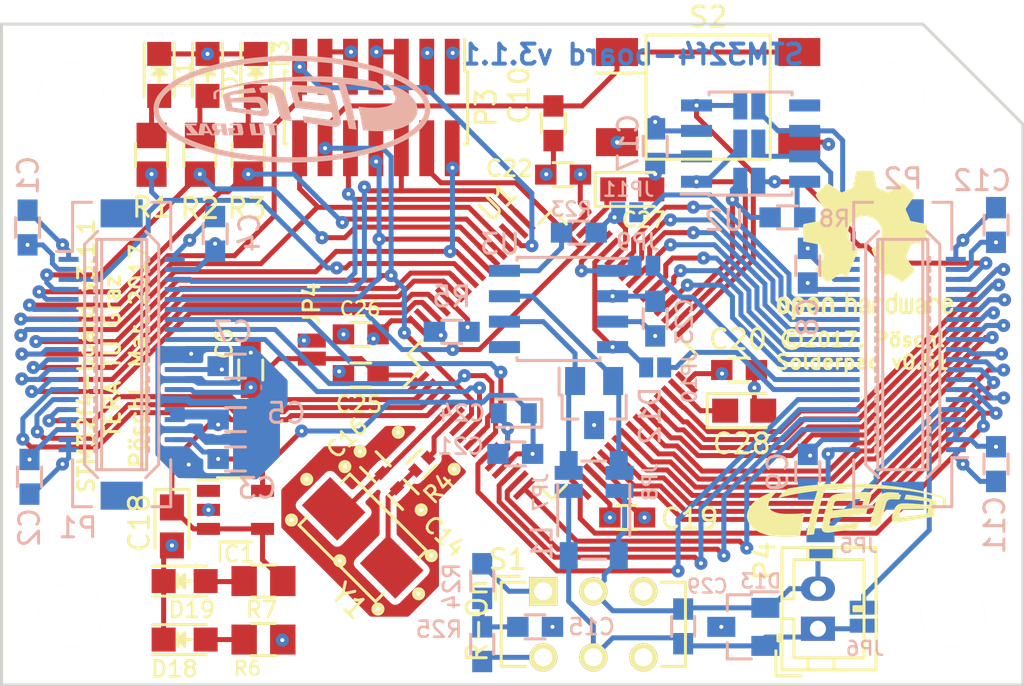
<source format=kicad_pcb>
(kicad_pcb (version 20171130) (host pcbnew 6.0.0-rc1-unknown-r13958-f11cb736)
  (title_block (title "Processorboard for STM32f4 processor") (date 2017-01-06) (rev 3.1) (company "TERA TU Graz") (comment 1 "Rene Pöschl"))
  (layers (0 F.Cu signal) (1 In1.Cu signal hide) (2 In2.Cu signal hide) (31 B.Cu signal) (34 B.Paste user) (35 F.Paste user) (36 B.SilkS user) (37 F.SilkS user) (38 B.Mask user) (39 F.Mask user) (44 Edge.Cuts user))
  (net 0 "")
  (net 1 /CAN_connect/CAN1/CAN-)
  (net 2 /CAN_connect/CAN1/CAN+)
  (net 3 GND)
  (net 4 /CAN_connect/CAN1_L)
  (net 5 /CAN_connect/CAN1_H)
  (net 6 "Net-(R25-Pad1)")
  (net 7 "Net-(C15-Pad1)")
  (net 8 "/PC12(LED3)")
  (net 9 "Net-(D1-Pad2)")
  (net 10 "/PD2(LED2)")
  (net 11 "Net-(D2-Pad2)")
  (net 12 "/PB5(LED1)")
  (net 13 "Net-(D3-Pad2)")
  (net 14 +3V3)
  (net 15 "Net-(D18-Pad2)")
  (net 16 +5V)
  (net 17 "Net-(D19-Pad2)")
  (net 18 "Net-(R23-Pad1)")
  (net 19 /PA10/CAN1_RS)
  (net 20 "Net-(R24-Pad1)")
  (net 21 "Net-(R4-Pad1)")
  (net 22 "Net-(C14-Pad1)")
  (net 23 VDDA)
  (net 24 "Net-(C16-Pad1)")
  (net 25 /~RST)
  (net 26 VBAT)
  (net 27 /PB13/CAN2_TX)
  (net 28 /CAN2-H_OR_PB13)
  (net 29 /PB12/CAN2_RX)
  (net 30 /CAN2-L_OR_PB12)
  (net 31 /PB14/CAN2_RS)
  (net 32 /CAN2_RS_OR_PB14)
  (net 33 /PC13)
  (net 34 /PC14)
  (net 35 /PC15)
  (net 36 /PC0)
  (net 37 /PC1)
  (net 38 /PC2)
  (net 39 /PC3)
  (net 40 /PA0)
  (net 41 /PA1)
  (net 42 /PA2)
  (net 43 /PA3)
  (net 44 /PA4)
  (net 45 /PA5)
  (net 46 /PA6)
  (net 47 /PA7)
  (net 48 /PC4)
  (net 49 /PC5)
  (net 50 /PB0)
  (net 51 /PB1)
  (net 52 /PB2)
  (net 53 /PB10)
  (net 54 /PB11)
  (net 55 /PB15)
  (net 56 /PC6)
  (net 57 /PC7)
  (net 58 /PC8)
  (net 59 /PC9)
  (net 60 /PA8)
  (net 61 /PA9)
  (net 62 /CAN_connect/CAN1_RX)
  (net 63 /CAN_connect/CAN1_TX)
  (net 64 /JTMS)
  (net 65 /JTCK)
  (net 66 /JTDI)
  (net 67 /DebugTXD)
  (net 68 /DebugRXD)
  (net 69 /JTDO)
  (net 70 /~JTRST)
  (net 71 /PB6)
  (net 72 /PB7)
  (net 73 /PB8)
  (net 74 /PB9)
  (net 75 "Net-(U2-Pad5)")
  (net 76 "Net-(U3-Pad5)")
  (net 77 /CAN1-H_opt)
  (net 78 /CAN1-L_opt)
  (net 79 "Net-(R8-Pad1)")
  (net 80 "Net-(S1-Pad3)")
  (net 81 "Net-(S1-Pad6)")
  (net 82 /Boot0)
  (net 83 "Net-(C27-Pad1)")
  (net 84 "Net-(C28-Pad1)")
  (net 85 /Ext_PA12_CAN1_TX)
  (net 86 /Ext_PA11_CAN1_RX)
  (net 87 /Ext_PA10)
  (module tera_rlc:C_0603in (layer F.Cu) (at 116.946 125.772 90)
    (fp_text reference C6)
    (fp_text value 100n)
    (fp_text user %R (at 1.312 -1.326 90) (layer F.SilkS) (effects (font (size 0.8 0.8) (thickness 0.13))))
    (pad 1 smd rect (at -0.865 0 90) (size 1.07 1) (layers F.Cu F.Paste F.Mask) (net 26 VBAT))
    (pad 2 smd rect (at 0.865 0 90) (size 1.07 1) (layers F.Cu F.Paste F.Mask) (net 3 GND))
  )
  (module tera_rlc:C_0603in (layer F.Cu) (at 141.33 125.772 180)
    (fp_text reference C20)
    (fp_text value 100n)
    (fp_text user %R (at 0.0635 1.524 180) (layer F.SilkS))
    (pad 1 smd rect (at -0.865 0 180) (size 1.07 1) (layers F.Cu F.Paste F.Mask) (net 3 GND))
    (pad 2 smd rect (at 0.865 0 180) (size 1.07 1) (layers F.Cu F.Paste F.Mask) (net 14 +3V3))
  )
  (module tera_rlc:C_0603in (layer B.Cu) (at 130.154 129.963)
    (fp_text reference C21)
    (fp_text value 100n)
    (fp_text user %R (at -2.7305 -0.381) (layer B.SilkS) (effects (font (size 0.8 0.8) (thickness 0.13)) (justify mirror)))
    (pad 1 smd rect (at -0.865 0) (size 1.07 1) (layers B.Cu B.Paste B.Mask) (net 3 GND))
    (pad 2 smd rect (at 0.865 0) (size 1.07 1) (layers B.Cu B.Paste B.Mask) (net 23 VDDA))
  )
  (module tera_rlc:C_0603in (layer F.Cu) (at 132.5416 116.0184)
    (fp_text reference C22)
    (fp_text value 100n)
    (fp_text user %R (at -2.6916 -0.3084) (layer F.SilkS) (effects (font (size 0.8 0.8) (thickness 0.14))))
    (pad 1 smd rect (at -0.865 0) (size 1.07 1) (layers F.Cu F.Paste F.Mask) (net 3 GND))
    (pad 2 smd rect (at 0.865 0) (size 1.07 1) (layers F.Cu F.Paste F.Mask) (net 14 +3V3))
  )
  (module Mounting_Holes:MountingHole_3.2mm_M3 (layer F.Cu) (at 149 112)
    (fp_text reference REF** hide)
    (fp_text value MountingHole_3.2mm_M3 hide)
    (pad 1 np_thru_hole circle (at 0 0) (size 3.2 3.2) (drill 3.2) (layers *.Cu *.Mask F.SilkS))
  )
  (module Mounting_Holes:MountingHole_3.2mm_M3 (layer F.Cu) (at 152 138)
    (fp_text reference REF** hide)
    (fp_text value MountingHole_3.2mm_M3 hide)
    (pad 1 np_thru_hole circle (at 0 0) (size 3.2 3.2) (drill 3.2) (layers *.Cu *.Mask F.SilkS))
  )
  (module Mounting_Holes:MountingHole_3.2mm_M3 (layer F.Cu) (at 108 138)
    (fp_text reference REF** hide)
    (fp_text value MountingHole_3.2mm_M3 hide)
    (pad 1 np_thru_hole circle (at 0 0) (size 3.2 3.2) (drill 3.2) (layers *.Cu *.Mask F.SilkS))
  )
  (module Mounting_Holes:MountingHole_3.2mm_M3 (layer F.Cu) (at 108 112)
    (fp_text reference REF** hide)
    (fp_text value MountingHole_3.2mm_M3 hide)
    (pad 1 np_thru_hole circle (at 0 0) (size 3.2 3.2) (drill 3.2) (layers *.Cu *.Mask F.SilkS))
  )
  (module tera_sot:SOT-23 (layer B.Cu) (at 134.091 127.423)
    (fp_text reference D12)
    (fp_text value SUPPRESSOR)
    (fp_text user %R (at 2.794 0.635 90) (layer B.SilkS) (effects (justify mirror)))
    (pad 1 smd rect (at -0.95 -1.1) (size 1 1.4) (layers B.Cu B.Paste B.Mask) (net 1 /CAN_connect/CAN1/CAN-))
    (pad 2 smd rect (at 0.95 -1.1) (size 1 1.4) (layers B.Cu B.Paste B.Mask) (net 2 /CAN_connect/CAN1/CAN+))
    (pad 3 smd rect (at 0 1.1) (size 1 1.4) (layers B.Cu B.Paste B.Mask) (net 3 GND))
  )
  (module tera_sot:SOT-23 (layer B.Cu) (at 141.541 138.599 270)
    (fp_text reference D13)
    (fp_text value SUPPRESSOR)
    (fp_text user %R (at -2.286 -0.8685) (layer B.SilkS) (effects (font (size 0.7 0.7) (thickness 0.12)) (justify mirror)))
    (pad 1 smd rect (at -0.95 -1.1 270) (size 1 1.4) (layers B.Cu B.Paste B.Mask) (net 5 /CAN_connect/CAN1_H))
    (pad 2 smd rect (at 0.95 -1.1 270) (size 1 1.4) (layers B.Cu B.Paste B.Mask) (net 4 /CAN_connect/CAN1_L))
    (pad 3 smd rect (at 0 1.1 270) (size 1 1.4) (layers B.Cu B.Paste B.Mask) (net 3 GND))
  )
  (module tera_rlc:R_0805in (layer F.Cu) (at 111.993 115.028 90)
    (fp_text reference R1)
    (fp_text value 3k3)
    (fp_text user %R (at -2.616 0 180) (layer F.SilkS))
    (pad 1 smd rect (at -0.965 0 90) (size 1.27 1.5) (layers F.Cu F.Paste F.Mask) (net 12 "/PB5(LED1)"))
    (pad 2 smd rect (at 0.965 0 90) (size 1.27 1.5) (layers F.Cu F.Paste F.Mask) (net 9 "Net-(D1-Pad2)"))
  )
  (module tera_rlc:R_0805in (layer F.Cu) (at 114.406 115.028 90)
    (fp_text reference R2)
    (fp_text value 3k3)
    (fp_text user %R (at -2.6795 0 180) (layer F.SilkS))
    (pad 1 smd rect (at -0.965 0 90) (size 1.27 1.5) (layers F.Cu F.Paste F.Mask) (net 10 "/PD2(LED2)"))
    (pad 2 smd rect (at 0.965 0 90) (size 1.27 1.5) (layers F.Cu F.Paste F.Mask) (net 11 "Net-(D2-Pad2)"))
  )
  (module tera_rlc:R_0805in (layer F.Cu) (at 116.819 115.028 90)
    (fp_text reference R3)
    (fp_text value 3k3)
    (fp_text user %R (at -2.6668 -0.0635 180) (layer F.SilkS))
    (pad 1 smd rect (at -0.965 0 90) (size 1.27 1.5) (layers F.Cu F.Paste F.Mask) (net 8 "/PC12(LED3)"))
    (pad 2 smd rect (at 0.965 0 90) (size 1.27 1.5) (layers F.Cu F.Paste F.Mask) (net 13 "Net-(D3-Pad2)"))
  )
  (module tera_rlc:R_0805in (layer F.Cu) (at 117.581 139.234 180)
    (fp_text reference R6)
    (fp_text value 3k3)
    (fp_text user %R (at 0.8001 -1.4351 180) (layer F.SilkS) (effects (font (size 0.7 0.7) (thickness 0.12))))
    (pad 1 smd rect (at -0.965 0 180) (size 1.27 1.5) (layers F.Cu F.Paste F.Mask) (net 14 +3V3))
    (pad 2 smd rect (at 0.965 0 180) (size 1.27 1.5) (layers F.Cu F.Paste F.Mask) (net 15 "Net-(D18-Pad2)"))
  )
  (module tera_rlc:R_0805in (layer F.Cu) (at 117.581 136.313 180)
    (fp_text reference R7)
    (fp_text value 5k1)
    (fp_text user %R (at 0.1016 -1.4351 180) (layer F.SilkS) (effects (font (size 0.8 0.8) (thickness 0.13))))
    (pad 1 smd rect (at -0.965 0 180) (size 1.27 1.5) (layers F.Cu F.Paste F.Mask) (net 16 +5V))
    (pad 2 smd rect (at 0.965 0 180) (size 1.27 1.5) (layers F.Cu F.Paste F.Mask) (net 17 "Net-(D19-Pad2)"))
  )
  (module tera_rlc:R_0603in (layer B.Cu) (at 126.979 123.867 180)
    (fp_text reference R5)
    (fp_text value 10k)
    (fp_text user %R (at 0 1.75 180) (layer B.SilkS) (effects (justify mirror)))
    (pad 1 smd rect (at -0.865 0 180) (size 1.07 1) (layers B.Cu B.Paste B.Mask) (net 82 /Boot0))
    (pad 2 smd rect (at 0.865 0 180) (size 1.07 1) (layers B.Cu B.Paste B.Mask) (net 3 GND))
  )
  (module tera_rlc:L_ACT45B-XXX-2P_common-mode-choke (layer B.Cu) (at 134.071 132.768 90)
    (fp_text reference L1)
    (fp_text value CM_CHOKE)
    (fp_text user %R (at -1.64 -2.5835 270) (layer B.SilkS) (effects (justify mirror)))
    (pad 4 smd rect (at -2.275 1.25 90) (size 1.35 0.9) (layers B.Cu B.Paste B.Mask) (net 5 /CAN_connect/CAN1_H))
    (pad 3 smd rect (at 2.275 1.25 90) (size 1.35 0.9) (layers B.Cu B.Paste B.Mask) (net 2 /CAN_connect/CAN1/CAN+))
    (pad 2 smd rect (at 2.275 -1.25 90) (size 1.35 0.9) (layers B.Cu B.Paste B.Mask) (net 1 /CAN_connect/CAN1/CAN-))
    (pad 1 smd rect (at -2.275 -1.25 90) (size 1.35 0.9) (layers B.Cu B.Paste B.Mask) (net 4 /CAN_connect/CAN1_L))
  )
  (module tera_rlc:C_0603in (layer B.Cu) (at 137.139 114.596 270)
    (fp_text reference C17)
    (fp_text value 100n)
    (fp_text user %R (at -0.156 1.349 270) (layer B.SilkS) (effects (justify mirror)))
    (pad 1 smd rect (at -0.865 0 270) (size 1.07 1) (layers B.Cu B.Paste B.Mask) (net 14 +3V3))
    (pad 2 smd rect (at 0.865 0 270) (size 1.07 1) (layers B.Cu B.Paste B.Mask) (net 3 GND))
  )
  (module tera_rlc:C_0603in (layer B.Cu) (at 154.157 118.533 90)
    (fp_text reference C12)
    (fp_text value 100n)
    (fp_text user %R (at 2.2225 -0.6985 180) (layer B.SilkS) (effects (justify mirror)))
    (pad 1 smd rect (at -0.865 0 90) (size 1.07 1) (layers B.Cu B.Paste B.Mask) (net 14 +3V3))
    (pad 2 smd rect (at 0.865 0 90) (size 1.07 1) (layers B.Cu B.Paste B.Mask) (net 3 GND))
  )
  (module tera_rlc:C_0603in (layer F.Cu) (at 135.742 133.138)
    (fp_text reference C19)
    (fp_text value 100n)
    (fp_text user %R (at 3.1115 0.0635) (layer F.SilkS))
    (pad 1 smd rect (at -0.865 0) (size 1.07 1) (layers F.Cu F.Paste F.Mask) (net 3 GND))
    (pad 2 smd rect (at 0.865 0) (size 1.07 1) (layers F.Cu F.Paste F.Mask) (net 14 +3V3))
  )
  (module tera_rlc:C_0603in (layer B.Cu) (at 137.139 123.208 90)
    (fp_text reference C23)
    (fp_text value 100n)
    (fp_text user %R (at -0.151 1.4605 90) (layer B.SilkS) (effects (font (size 0.8 0.8) (thickness 0.13)) (justify mirror)))
    (pad 1 smd rect (at -0.865 0 90) (size 1.07 1) (layers B.Cu B.Paste B.Mask) (net 14 +3V3))
    (pad 2 smd rect (at 0.865 0 90) (size 1.07 1) (layers B.Cu B.Paste B.Mask) (net 3 GND))
  )
  (module tera_rlc:C_0603in (layer B.Cu) (at 154.157 130.471 270)
    (fp_text reference C11)
    (fp_text value 100n)
    (fp_text user %R (at 3.048 0.0635 90) (layer B.SilkS) (effects (justify mirror)))
    (pad 1 smd rect (at -0.865 0 270) (size 1.07 1) (layers B.Cu B.Paste B.Mask) (net 14 +3V3))
    (pad 2 smd rect (at 0.865 0 270) (size 1.07 1) (layers B.Cu B.Paste B.Mask) (net 3 GND))
  )
  (module tera_rlc:C_0603in (layer F.Cu) (at 132.059 113.453 270)
    (fp_text reference C10)
    (fp_text value 100n)
    (fp_text user %R (at -1.397 1.7145 270) (layer F.SilkS))
    (pad 1 smd rect (at -0.865 0 270) (size 1.07 1) (layers F.Cu F.Paste F.Mask) (net 25 /~RST))
    (pad 2 smd rect (at 0.865 0 270) (size 1.07 1) (layers F.Cu F.Paste F.Mask) (net 3 GND))
  )
  (module tera_rlc:C_0603in (layer B.Cu) (at 144.759 120.565 90)
    (fp_text reference C8)
    (fp_text value 100n)
    (fp_text user %R (at -2.564 0 90) (layer B.SilkS) (effects (justify mirror)))
    (pad 1 smd rect (at -0.865 0 90) (size 1.07 1) (layers B.Cu B.Paste B.Mask) (net 14 +3V3))
    (pad 2 smd rect (at 0.865 0 90) (size 1.07 1) (layers B.Cu B.Paste B.Mask) (net 3 GND))
  )
  (module tera_rlc:C_0603in (layer B.Cu) (at 116.184 125.5815)
    (fp_text reference C7)
    (fp_text value 100n)
    (fp_text user %R (at -0.127 -1.7145) (layer B.SilkS) (effects (justify mirror)))
    (pad 1 smd rect (at -0.865 0) (size 1.07 1) (layers B.Cu B.Paste B.Mask) (net 14 +3V3))
    (pad 2 smd rect (at 0.865 0) (size 1.07 1) (layers B.Cu B.Paste B.Mask) (net 3 GND))
  )
  (module tera_rlc:C_0603in (layer B.Cu) (at 116.184 128.2485)
    (fp_text reference C5)
    (fp_text value 100n)
    (fp_text user %R (at 2.54 -0.3175) (layer B.SilkS) (effects (justify mirror)))
    (pad 1 smd rect (at -0.865 0) (size 1.07 1) (layers B.Cu B.Paste B.Mask) (net 16 +5V))
    (pad 2 smd rect (at 0.865 0) (size 1.07 1) (layers B.Cu B.Paste B.Mask) (net 3 GND))
  )
  (module tera_rlc:C_0603in (layer B.Cu) (at 115.168 118.9775 90)
    (fp_text reference C4)
    (fp_text value 100n)
    (fp_text user %R (at 0.0635 1.7145 270) (layer B.SilkS) (effects (justify mirror)))
    (pad 1 smd rect (at -0.865 0 90) (size 1.07 1) (layers B.Cu B.Paste B.Mask) (net 14 +3V3))
    (pad 2 smd rect (at 0.865 0 90) (size 1.07 1) (layers B.Cu B.Paste B.Mask) (net 3 GND))
  )
  (module tera_rlc:C_0603in (layer B.Cu) (at 116.184 130.217)
    (fp_text reference C3)
    (fp_text value 100n)
    (fp_text user %R (at 1.0795 1.4605) (layer B.SilkS) (effects (justify mirror)))
    (pad 1 smd rect (at -0.865 0) (size 1.07 1) (layers B.Cu B.Paste B.Mask) (net 23 VDDA))
    (pad 2 smd rect (at 0.865 0) (size 1.07 1) (layers B.Cu B.Paste B.Mask) (net 3 GND))
  )
  (module tera_rlc:C_0603in (layer F.Cu) (at 122.439 126.026)
    (fp_text reference C25)
    (fp_text value 100n)
    (fp_text user %R (at -0.0955 1.4605) (layer F.SilkS) (effects (font (size 0.8 0.8) (thickness 0.14))))
    (pad 1 smd rect (at -0.865 0) (size 1.07 1) (layers F.Cu F.Paste F.Mask) (net 3 GND))
    (pad 2 smd rect (at 0.865 0) (size 1.07 1) (layers F.Cu F.Paste F.Mask) (net 26 VBAT))
  )
  (module tera_rlc:C_0603in (layer F.Cu) (at 122.439 123.994)
    (fp_text reference C26)
    (fp_text value 100n)
    (fp_text user %R (at -0.032 -1.27) (layer F.SilkS) (effects (font (size 0.7 0.7) (thickness 0.12))))
    (pad 1 smd rect (at -0.865 0) (size 1.07 1) (layers F.Cu F.Paste F.Mask) (net 3 GND))
    (pad 2 smd rect (at 0.865 0) (size 1.07 1) (layers F.Cu F.Paste F.Mask) (net 14 +3V3))
  )
  (module tera_rlc:C_0603in (layer B.Cu) (at 105.802 118.66 90)
    (fp_text reference C1)
    (fp_text value 100n)
    (fp_text user %R (at 2.6035 0.0315 270) (layer B.SilkS) (effects (justify mirror)))
    (pad 1 smd rect (at -0.865 0 90) (size 1.07 1) (layers B.Cu B.Paste B.Mask) (net 14 +3V3))
    (pad 2 smd rect (at 0.865 0 90) (size 1.07 1) (layers B.Cu B.Paste B.Mask) (net 3 GND))
  )
  (module tera_rlc:C_0603in (layer B.Cu) (at 105.897 131.106 270)
    (fp_text reference C2)
    (fp_text value 100n)
    (fp_text user %R (at 2.54 0 90) (layer B.SilkS) (effects (justify mirror)))
    (pad 1 smd rect (at -0.865 0 270) (size 1.07 1) (layers B.Cu B.Paste B.Mask) (net 14 +3V3))
    (pad 2 smd rect (at 0.865 0 270) (size 1.07 1) (layers B.Cu B.Paste B.Mask) (net 3 GND))
  )
  (module tera_rlc:C_0603in (layer B.Cu) (at 144.759 130.852 270)
    (fp_text reference C9)
    (fp_text value 100n)
    (fp_text user %R (at 0 1.5 270) (layer B.SilkS) (effects (justify mirror)))
    (pad 1 smd rect (at -0.865 0 270) (size 1.07 1) (layers B.Cu B.Paste B.Mask) (net 14 +3V3))
    (pad 2 smd rect (at 0.865 0 270) (size 1.07 1) (layers B.Cu B.Paste B.Mask) (net 3 GND))
  )
  (module tera_diodes:LED_0805 (layer F.Cu) (at 113.644 136.313)
    (fp_text reference D19)
    (fp_text value 5v_ok)
    (fp_text user %R (at 0.3556 1.4224) (layer F.SilkS) (effects (font (size 0.8 0.8) (thickness 0.13))))
    (pad 2 smd rect (at 1.04902 0 180) (size 1.19888 1.19888) (layers F.Cu F.Paste F.Mask) (net 17 "Net-(D19-Pad2)"))
    (pad 1 smd rect (at -1.04902 0 180) (size 1.19888 1.19888) (layers F.Cu F.Paste F.Mask) (net 3 GND))
  )
  (module tera_diodes:LED_0805 (layer F.Cu) (at 113.644 139.234)
    (fp_text reference D18)
    (fp_text value 3v3_ok)
    (fp_text user %R (at -0.508 1.4732) (layer F.SilkS) (effects (font (size 0.8 0.8) (thickness 0.13))))
    (pad 2 smd rect (at 1.04902 0 180) (size 1.19888 1.19888) (layers F.Cu F.Paste F.Mask) (net 15 "Net-(D18-Pad2)"))
    (pad 1 smd rect (at -1.04902 0 180) (size 1.19888 1.19888) (layers F.Cu F.Paste F.Mask) (net 3 GND))
  )
  (module tera_diodes:LED_0805 (layer F.Cu) (at 117.2 111.04 270)
    (fp_text reference D3)
    (fp_text value LED3)
    (fp_text user %R (at -1.0668 -1.27 270) (layer F.SilkS) (effects (font (size 0.7 0.7) (thickness 0.12))))
    (pad 2 smd rect (at 1.04902 0 90) (size 1.19888 1.19888) (layers F.Cu F.Paste F.Mask) (net 13 "Net-(D3-Pad2)"))
    (pad 1 smd rect (at -1.04902 0 90) (size 1.19888 1.19888) (layers F.Cu F.Paste F.Mask) (net 3 GND))
  )
  (module tera_diodes:LED_0805 (layer F.Cu) (at 114.787 111.04 270)
    (fp_text reference D2)
    (fp_text value LED2)
    (fp_text user %R (at 0.0635 -1.143 270) (layer F.SilkS) (effects (font (size 0.7 0.7) (thickness 0.12))))
    (pad 2 smd rect (at 1.04902 0 90) (size 1.19888 1.19888) (layers F.Cu F.Paste F.Mask) (net 11 "Net-(D2-Pad2)"))
    (pad 1 smd rect (at -1.04902 0 90) (size 1.19888 1.19888) (layers F.Cu F.Paste F.Mask) (net 3 GND))
  )
  (module tera_diodes:LED_0805 (layer F.Cu) (at 112.374 111.04 270)
    (fp_text reference D1)
    (fp_text value LED1)
    (fp_text user %R (at 0 -1.2065 270) (layer F.SilkS) (effects (font (size 0.7 0.7) (thickness 0.12))))
    (pad 2 smd rect (at 1.04902 0 90) (size 1.19888 1.19888) (layers F.Cu F.Paste F.Mask) (net 9 "Net-(D1-Pad2)"))
    (pad 1 smd rect (at -1.04902 0 90) (size 1.19888 1.19888) (layers F.Cu F.Paste F.Mask) (net 3 GND))
  )
  (module tera_atomic_ic:SN65HVD230 (layer B.Cu) (at 141.903 114.469)
    (fp_text reference U2)
    (fp_text value SN65HVD230)
    (fp_text user %R (at -1.313 3.831) (layer B.SilkS) (effects (justify mirror)))
    (pad 1 smd rect (at -2.7 1.905) (size 1.55 0.6) (layers B.Cu B.Paste B.Mask) (net 27 /PB13/CAN2_TX))
    (pad 2 smd rect (at -2.7 0.635) (size 1.55 0.6) (layers B.Cu B.Paste B.Mask) (net 3 GND))
    (pad 3 smd rect (at -2.7 -0.635) (size 1.55 0.6) (layers B.Cu B.Paste B.Mask) (net 14 +3V3))
    (pad 4 smd rect (at -2.7 -1.905) (size 1.55 0.6) (layers B.Cu B.Paste B.Mask) (net 29 /PB12/CAN2_RX))
    (pad 5 smd rect (at 2.7 -1.905) (size 1.55 0.6) (layers B.Cu B.Paste B.Mask) (net 75 "Net-(U2-Pad5)"))
    (pad 6 smd rect (at 2.7 -0.635) (size 1.55 0.6) (layers B.Cu B.Paste B.Mask) (net 30 /CAN2-L_OR_PB12))
    (pad 7 smd rect (at 2.7 0.635) (size 1.55 0.6) (layers B.Cu B.Paste B.Mask) (net 28 /CAN2-H_OR_PB13))
    (pad 8 smd rect (at 2.7 1.905) (size 1.55 0.6) (layers B.Cu B.Paste B.Mask) (net 79 "Net-(R8-Pad1)"))
  )
  (module tera_atomic_ic:SN65HVD230 (layer B.Cu) (at 132.313 122.724 180)
    (fp_text reference U3)
    (fp_text value SN65HVD230)
    (fp_text user %R (at 2.921 3.2385 180) (layer B.SilkS) (effects (justify mirror)))
    (pad 1 smd rect (at -2.7 1.905 180) (size 1.55 0.6) (layers B.Cu B.Paste B.Mask) (net 63 /CAN_connect/CAN1_TX))
    (pad 2 smd rect (at -2.7 0.635 180) (size 1.55 0.6) (layers B.Cu B.Paste B.Mask) (net 3 GND))
    (pad 3 smd rect (at -2.7 -0.635 180) (size 1.55 0.6) (layers B.Cu B.Paste B.Mask) (net 14 +3V3))
    (pad 4 smd rect (at -2.7 -1.905 180) (size 1.55 0.6) (layers B.Cu B.Paste B.Mask) (net 62 /CAN_connect/CAN1_RX))
    (pad 5 smd rect (at 2.7 -1.905 180) (size 1.55 0.6) (layers B.Cu B.Paste B.Mask) (net 76 "Net-(U3-Pad5)"))
    (pad 6 smd rect (at 2.7 -0.635 180) (size 1.55 0.6) (layers B.Cu B.Paste B.Mask) (net 1 /CAN_connect/CAN1/CAN-))
    (pad 7 smd rect (at 2.7 0.635 180) (size 1.55 0.6) (layers B.Cu B.Paste B.Mask) (net 2 /CAN_connect/CAN1/CAN+))
    (pad 8 smd rect (at 2.7 1.905 180) (size 1.55 0.6) (layers B.Cu B.Paste B.Mask) (net 18 "Net-(R23-Pad1)"))
  )
  (module tera_atomic_ic:LM4132A (layer F.Cu) (at 116.184 132.757)
    (fp_text reference IC1)
    (fp_text value LM4132A-3.3)
    (fp_text user %R (at 0 2.2098) (layer F.SilkS) (effects (font (size 0.8 0.8) (thickness 0.13))))
    (pad 1 smd rect (at -1.35 -0.95) (size 1.15 0.6) (layers F.Cu F.Paste F.Mask))
    (pad 2 smd rect (at -1.35 0) (size 1.15 0.6) (layers F.Cu F.Paste F.Mask) (net 3 GND))
    (pad 3 smd rect (at -1.35 0.95) (size 1.15 0.6) (layers F.Cu F.Paste F.Mask) (net 16 +5V))
    (pad 4 smd rect (at 1.35 0.95) (size 1.15 0.6) (layers F.Cu F.Paste F.Mask) (net 16 +5V))
    (pad 5 smd rect (at 1.35 -0.95) (size 1.15 0.6) (layers F.Cu F.Paste F.Mask) (net 23 VDDA))
  )
  (module tera_rlc:R_0603in (layer B.Cu) (at 138.536 138.575 270)
    (fp_text reference C29)
    (fp_text value 100p)
    (fp_text user %R (at -2.008 -1.2065 180) (layer B.SilkS) (effects (font (size 0.7 0.7) (thickness 0.12)) (justify mirror)))
    (pad 1 smd rect (at -0.865 0 270) (size 1.07 1) (layers B.Cu B.Paste B.Mask) (net 5 /CAN_connect/CAN1_H))
    (pad 2 smd rect (at 0.865 0 270) (size 1.07 1) (layers B.Cu B.Paste B.Mask) (net 4 /CAN_connect/CAN1_L))
  )
  (module tera_rlc:R_0603in (layer B.Cu) (at 128.503 136.313 270)
    (fp_text reference R24)
    (fp_text value 60R)
    (fp_text user %R (at 0.254 1.524 270) (layer B.SilkS) (effects (font (size 0.8 0.8) (thickness 0.13)) (justify mirror)))
    (pad 1 smd rect (at -0.865 0 270) (size 1.07 1) (layers B.Cu B.Paste B.Mask) (net 20 "Net-(R24-Pad1)"))
    (pad 2 smd rect (at 0.865 0 270) (size 1.07 1) (layers B.Cu B.Paste B.Mask) (net 7 "Net-(C15-Pad1)"))
  )
  (module tera_rlc:R_0603in (layer B.Cu) (at 128.503 139.464 90)
    (fp_text reference R25)
    (fp_text value 60R)
    (fp_text user %R (at 0.738 -2.159 180) (layer B.SilkS) (effects (font (size 0.8 0.8) (thickness 0.13)) (justify mirror)))
    (pad 1 smd rect (at -0.865 0 90) (size 1.07 1) (layers B.Cu B.Paste B.Mask) (net 6 "Net-(R25-Pad1)"))
    (pad 2 smd rect (at 0.865 0 90) (size 1.07 1) (layers B.Cu B.Paste B.Mask) (net 7 "Net-(C15-Pad1)"))
  )
  (module tera_rlc:C_0603in (layer B.Cu) (at 131.146 138.599)
    (fp_text reference C15)
    (fp_text value 47n)
    (fp_text user %R (at 2.818 0) (layer B.SilkS) (effects (font (size 0.8 0.8) (thickness 0.13)) (justify mirror)))
    (pad 1 smd rect (at -0.865 0) (size 1.07 1) (layers B.Cu B.Paste B.Mask) (net 7 "Net-(C15-Pad1)"))
    (pad 2 smd rect (at 0.865 0) (size 1.07 1) (layers B.Cu B.Paste B.Mask) (net 3 GND))
  )
  (module tera_rlc:R_0603in (layer B.Cu) (at 143.743 118.152 180)
    (fp_text reference R8)
    (fp_text value 56k)
    (fp_text user %R (at -2.3495 -0.0635 180) (layer B.SilkS) (effects (font (size 0.8 0.8) (thickness 0.13)) (justify mirror)))
    (pad 1 smd rect (at -0.865 0 180) (size 1.07 1) (layers B.Cu B.Paste B.Mask) (net 79 "Net-(R8-Pad1)"))
    (pad 2 smd rect (at 0.865 0 180) (size 1.07 1) (layers B.Cu B.Paste B.Mask) (net 31 /PB14/CAN2_RS))
  )
  (module footprints_stm32f4_board:Via (layer F.Cu) (at 124.312 128.8835)
    (fp_text reference x1 hide)
    (fp_text value gnd_contact hide)
    (pad 1 thru_hole circle (at 0 0) (size 0.65 0.65) (drill 0.2) (layers *.Cu *.Mask F.SilkS) (net 3 GND))
  )
  (module footprints_stm32f4_board:Via (layer F.Cu) (at 127.106 130.725)
    (fp_text reference x2 hide)
    (fp_text value gnd_contact hide)
    (pad 1 thru_hole circle (at 0 0) (size 0.65 0.65) (drill 0.2) (layers *.Cu *.Mask F.SilkS) (net 3 GND))
  )
  (module footprints_stm32f4_board:Via (layer F.Cu) (at 121.645 130.598)
    (fp_text reference x3 hide)
    (fp_text value gnd_contact hide)
    (pad 1 thru_hole circle (at 0 0) (size 0.65 0.65) (drill 0.2) (layers *.Cu *.Mask F.SilkS) (net 3 GND))
  )
  (module footprints_stm32f4_board:Via (layer F.Cu) (at 119.74 131.233)
    (fp_text reference x4 hide)
    (fp_text value gnd_contact hide)
    (pad 1 thru_hole circle (at 0 0) (size 0.65 0.65) (drill 0.2) (layers *.Cu *.Mask F.SilkS) (net 3 GND))
  )
  (module footprints_stm32f4_board:Via (layer F.Cu) (at 123.296 137.71)
    (fp_text reference x5 hide)
    (fp_text value gnd_contact hide)
    (pad 1 thru_hole circle (at 0 0) (size 0.65 0.65) (drill 0.2) (layers *.Cu *.Mask F.SilkS) (net 3 GND))
  )
  (module footprints_stm32f4_board:Via (layer F.Cu) (at 118.978 133.265)
    (fp_text reference x6 hide)
    (fp_text value gnd_contact hide)
    (pad 1 thru_hole circle (at 0 0) (size 0.65 0.65) (drill 0.2) (layers *.Cu *.Mask F.SilkS) (net 3 GND))
  )
  (module footprints_stm32f4_board:Via (layer F.Cu) (at 125.328 136.948)
    (fp_text reference x7 hide)
    (fp_text value gnd_contact hide)
    (pad 1 thru_hole circle (at 0 0) (size 0.65 0.65) (drill 0.2) (layers *.Cu *.Mask F.SilkS) (net 3 GND))
  )
  (module footprints_stm32f4_board:Via (layer F.Cu) (at 125.963 135.043)
    (fp_text reference x8 hide)
    (fp_text value gnd_contact hide)
    (pad 1 thru_hole circle (at 0 0) (size 0.65 0.65) (drill 0.2) (layers *.Cu *.Mask F.SilkS) (net 3 GND))
  )
  (module tera_rlc:R_0603in (layer B.Cu) (at 133.329 118.914)
    (fp_text reference R23)
    (fp_text value 56k)
    (fp_text user %R (at -0.379 -1.174) (layer B.SilkS) (effects (font (size 0.7 0.7) (thickness 0.12)) (justify mirror)))
    (pad 1 smd rect (at -0.865 0) (size 1.07 1) (layers B.Cu B.Paste B.Mask) (net 18 "Net-(R23-Pad1)"))
    (pad 2 smd rect (at 0.865 0) (size 1.07 1) (layers B.Cu B.Paste B.Mask) (net 19 /PA10/CAN1_RS))
  )
  (module tera_Connectors_other:DF17-40DS-0.5V (layer B.Cu) (at 149.5 125 180)
    (fp_text reference P2)
    (fp_text value Right)
    (fp_text user %R (at -0.0088 8.7784 180) (layer B.SilkS) (effects (justify mirror)))
    (pad "" smd rect (at 0 7.05 180) (size 2.1 1.4) (layers B.Cu B.Paste B.Mask))
    (pad "" smd rect (at 0 -7.05 180) (size 2.1 1.4) (layers B.Cu B.Paste B.Mask))
    (pad "" np_thru_hole circle (at 1.9 6 180) (size 0.6 0.6) (drill 0.6) (layers *.Cu))
    (pad "" np_thru_hole circle (at 1.9 -6 180) (size 0.6 0.6) (drill 0.6) (layers *.Cu))
    (pad 30 smd rect (at 2.65 0.25 180) (size 1 0.25) (layers B.Cu B.Paste B.Mask) (net 57 /PC7))
    (pad 1 smd rect (at -2.65 -4.75 180) (size 1 0.25) (layers B.Cu B.Paste B.Mask) (net 3 GND))
    (pad 2 smd rect (at -2.65 -4.25 180) (size 1 0.25) (layers B.Cu B.Paste B.Mask) (net 14 +3V3))
    (pad 3 smd rect (at -2.65 -3.75 180) (size 1 0.25) (layers B.Cu B.Paste B.Mask) (net 14 +3V3))
    (pad 4 smd rect (at -2.65 -3.25 180) (size 1 0.25) (layers B.Cu B.Paste B.Mask) (net 78 /CAN1-L_opt))
    (pad 5 smd rect (at -2.65 -2.75 180) (size 1 0.25) (layers B.Cu B.Paste B.Mask) (net 77 /CAN1-H_opt))
    (pad 6 smd rect (at -2.65 -2.25 180) (size 1 0.25) (layers B.Cu B.Paste B.Mask) (net 43 /PA3))
    (pad 7 smd rect (at -2.65 -1.75 180) (size 1 0.25) (layers B.Cu B.Paste B.Mask) (net 44 /PA4))
    (pad 8 smd rect (at -2.65 -1.25 180) (size 1 0.25) (layers B.Cu B.Paste B.Mask) (net 45 /PA5))
    (pad 9 smd rect (at -2.65 -0.75 180) (size 1 0.25) (layers B.Cu B.Paste B.Mask) (net 46 /PA6))
    (pad 10 smd rect (at -2.65 -0.25 180) (size 1 0.25) (layers B.Cu B.Paste B.Mask) (net 47 /PA7))
    (pad 11 smd rect (at -2.65 0.25 180) (size 1 0.25) (layers B.Cu B.Paste B.Mask) (net 48 /PC4))
    (pad 12 smd rect (at -2.65 0.75 180) (size 1 0.25) (layers B.Cu B.Paste B.Mask) (net 49 /PC5))
    (pad 13 smd rect (at -2.65 1.25 180) (size 1 0.25) (layers B.Cu B.Paste B.Mask) (net 50 /PB0))
    (pad 14 smd rect (at -2.65 1.75 180) (size 1 0.25) (layers B.Cu B.Paste B.Mask) (net 51 /PB1))
    (pad 15 smd rect (at -2.65 2.25 180) (size 1 0.25) (layers B.Cu B.Paste B.Mask) (net 52 /PB2))
    (pad 16 smd rect (at -2.65 2.75 180) (size 1 0.25) (layers B.Cu B.Paste B.Mask) (net 53 /PB10))
    (pad 17 smd rect (at -2.65 3.25 180) (size 1 0.25) (layers B.Cu B.Paste B.Mask) (net 54 /PB11))
    (pad 18 smd rect (at -2.65 3.75 180) (size 1 0.25) (layers B.Cu B.Paste B.Mask) (net 32 /CAN2_RS_OR_PB14))
    (pad 19 smd rect (at -2.65 4.25 180) (size 1 0.25) (layers B.Cu B.Paste B.Mask) (net 14 +3V3))
    (pad 20 smd rect (at -2.65 4.75 180) (size 1 0.25) (layers B.Cu B.Paste B.Mask) (net 3 GND))
    (pad 21 smd rect (at 2.65 4.75 180) (size 1 0.25) (layers B.Cu B.Paste B.Mask) (net 30 /CAN2-L_OR_PB12))
    (pad 22 smd rect (at 2.65 4.25 180) (size 1 0.25) (layers B.Cu B.Paste B.Mask) (net 28 /CAN2-H_OR_PB13))
    (pad 23 smd rect (at 2.65 3.75 180) (size 1 0.25) (layers B.Cu B.Paste B.Mask) (net 3 GND))
    (pad 24 smd rect (at 2.65 3.25 180) (size 1 0.25) (layers B.Cu B.Paste B.Mask) (net 14 +3V3))
    (pad 25 smd rect (at 2.65 2.75 180) (size 1 0.25) (layers B.Cu B.Paste B.Mask) (net 87 /Ext_PA10))
    (pad 26 smd rect (at 2.65 2.25 180) (size 1 0.25) (layers B.Cu B.Paste B.Mask) (net 61 /PA9))
    (pad 27 smd rect (at 2.65 1.75 180) (size 1 0.25) (layers B.Cu B.Paste B.Mask) (net 60 /PA8))
    (pad 28 smd rect (at 2.65 1.25 180) (size 1 0.25) (layers B.Cu B.Paste B.Mask) (net 59 /PC9))
    (pad 29 smd rect (at 2.65 0.75 180) (size 1 0.25) (layers B.Cu B.Paste B.Mask) (net 58 /PC8))
    (pad 31 smd rect (at 2.65 -0.25 180) (size 1 0.25) (layers B.Cu B.Paste B.Mask) (net 56 /PC6))
    (pad 32 smd rect (at 2.65 -0.75 180) (size 1 0.25) (layers B.Cu B.Paste B.Mask) (net 55 /PB15))
    (pad 33 smd rect (at 2.65 -1.25 180) (size 1 0.25) (layers B.Cu B.Paste B.Mask) (net 85 /Ext_PA12_CAN1_TX))
    (pad 34 smd rect (at 2.65 -1.75 180) (size 1 0.25) (layers B.Cu B.Paste B.Mask) (net 86 /Ext_PA11_CAN1_RX))
    (pad 35 smd rect (at 2.65 -2.25 180) (size 1 0.25) (layers B.Cu B.Paste B.Mask) (net 39 /PC3))
    (pad 36 smd rect (at 2.65 -2.75 180) (size 1 0.25) (layers B.Cu B.Paste B.Mask) (net 40 /PA0))
    (pad 37 smd rect (at 2.65 -3.25 180) (size 1 0.25) (layers B.Cu B.Paste B.Mask) (net 41 /PA1))
    (pad 38 smd rect (at 2.65 -3.75 180) (size 1 0.25) (layers B.Cu B.Paste B.Mask) (net 42 /PA2))
    (pad 39 smd rect (at 2.65 -4.25 180) (size 1 0.25) (layers B.Cu B.Paste B.Mask) (net 14 +3V3))
    (pad 40 smd rect (at 2.65 -4.75 180) (size 1 0.25) (layers B.Cu B.Paste B.Mask) (net 3 GND))
  )
  (module tera_switches:CuK_JS202011CQN_DPDT (layer F.Cu) (at 131.551 136.821)
    (fp_text reference S1)
    (fp_text value Switch_CAN_R)
    (fp_text user %R (at -1.778 -1.5875) (layer F.SilkS))
    (pad 1 thru_hole rect (at 0 0) (size 1.4 1.4) (drill 0.9) (layers *.Cu *.Mask F.SilkS) (net 20 "Net-(R24-Pad1)"))
    (pad 2 thru_hole circle (at 2.5 0) (size 1.4 1.4) (drill 0.9) (layers *.Cu *.Mask F.SilkS) (net 5 /CAN_connect/CAN1_H))
    (pad 3 thru_hole circle (at 5 0) (size 1.4 1.4) (drill 0.9) (layers *.Cu *.Mask F.SilkS) (net 80 "Net-(S1-Pad3)"))
    (pad 4 thru_hole circle (at 0 3.3) (size 1.4 1.4) (drill 0.9) (layers *.Cu *.Mask F.SilkS) (net 6 "Net-(R25-Pad1)"))
    (pad 5 thru_hole circle (at 2.5 3.3) (size 1.4 1.4) (drill 0.9) (layers *.Cu *.Mask F.SilkS) (net 4 /CAN_connect/CAN1_L))
    (pad 6 thru_hole circle (at 5 3.3) (size 1.4 1.4) (drill 0.9) (layers *.Cu *.Mask F.SilkS) (net 81 "Net-(S1-Pad6)"))
  )
  (module Symbols:OSHW-Logo2_9.8x8mm_SilkScreen (layer F.Cu) (at 147.6165 119.549)
    (fp_text reference REF*** hide)
    (fp_text value OSHW-Logo2_9.8x8mm_SilkScreen hide)
  )
  (module tera_Connectors_other:Samtec_FTSH-107-01-L-DV-K (layer F.Cu) (at 123.1944 112.6656 270)
    (fp_text reference P3)
    (fp_text value TERA_Debug_14pol)
    (fp_text user %R (at 0 -5.5 270) (layer F.SilkS))
    (pad 1 smd rect (at -2.035 -3.81 270) (size 2.79 0.74) (layers F.Cu F.Paste F.Mask) (net 3 GND))
    (pad 2 smd rect (at 2.035 -3.81 270) (size 2.79 0.74) (layers F.Cu F.Paste F.Mask) (net 70 /~JTRST))
    (pad 3 smd rect (at -2.035 -2.54 270) (size 2.79 0.74) (layers F.Cu F.Paste F.Mask) (net 14 +3V3))
    (pad 4 smd rect (at 2.035 -2.54 270) (size 2.79 0.74) (layers F.Cu F.Paste F.Mask) (net 64 /JTMS))
    (pad 5 smd rect (at -2.035 -1.27 270) (size 2.79 0.74) (layers F.Cu F.Paste F.Mask) (net 3 GND))
    (pad 6 smd rect (at 2.035 -1.27 270) (size 2.79 0.74) (layers F.Cu F.Paste F.Mask) (net 65 /JTCK))
    (pad 7 smd rect (at -2.035 0 270) (size 2.79 0.74) (layers F.Cu F.Paste F.Mask) (net 3 GND))
    (pad 8 smd rect (at 2.035 0 270) (size 2.79 0.74) (layers F.Cu F.Paste F.Mask) (net 69 /JTDO))
    (pad 9 smd rect (at -2.035 1.27 270) (size 2.79 0.74) (layers F.Cu F.Paste F.Mask) (net 3 GND))
    (pad 10 smd rect (at 2.035 1.27 270) (size 2.79 0.74) (layers F.Cu F.Paste F.Mask) (net 66 /JTDI))
    (pad 11 smd rect (at -2.035 2.54 270) (size 2.79 0.74) (layers F.Cu F.Paste F.Mask) (net 3 GND))
    (pad 12 smd rect (at 2.035 2.54 270) (size 2.79 0.74) (layers F.Cu F.Paste F.Mask) (net 25 /~RST))
    (pad 13 smd rect (at -2.035 3.81 270) (size 2.79 0.74) (layers F.Cu F.Paste F.Mask) (net 67 /DebugTXD))
    (pad 14 smd rect (at 2.035 3.81 270) (size 2.79 0.74) (layers F.Cu F.Paste F.Mask) (net 68 /DebugRXD))
  )
  (module tera_Connectors_other:DF17-40DS-0.5V (layer B.Cu) (at 110.5 125)
    (fp_text reference P1)
    (fp_text value Left)
    (fp_text user %R (at -2.19 8.646) (layer B.SilkS) (effects (justify mirror)))
    (pad "" smd rect (at 0 7.05) (size 2.1 1.4) (layers B.Cu B.Paste B.Mask))
    (pad "" smd rect (at 0 -7.05) (size 2.1 1.4) (layers B.Cu B.Paste B.Mask))
    (pad "" np_thru_hole circle (at 1.9 6) (size 0.6 0.6) (drill 0.6) (layers *.Cu))
    (pad "" np_thru_hole circle (at 1.9 -6) (size 0.6 0.6) (drill 0.6) (layers *.Cu))
    (pad 30 smd rect (at 2.65 0.25) (size 1 0.25) (layers B.Cu B.Paste B.Mask) (net 3 GND))
    (pad 1 smd rect (at -2.65 -4.75) (size 1 0.25) (layers B.Cu B.Paste B.Mask) (net 3 GND))
    (pad 2 smd rect (at -2.65 -4.25) (size 1 0.25) (layers B.Cu B.Paste B.Mask) (net 14 +3V3))
    (pad 3 smd rect (at -2.65 -3.75) (size 1 0.25) (layers B.Cu B.Paste B.Mask) (net 12 "/PB5(LED1)"))
    (pad 4 smd rect (at -2.65 -3.25) (size 1 0.25) (layers B.Cu B.Paste B.Mask) (net 10 "/PD2(LED2)"))
    (pad 5 smd rect (at -2.65 -2.75) (size 1 0.25) (layers B.Cu B.Paste B.Mask) (net 8 "/PC12(LED3)"))
    (pad 6 smd rect (at -2.65 -2.25) (size 1 0.25) (layers B.Cu B.Paste B.Mask) (net 67 /DebugTXD))
    (pad 7 smd rect (at -2.65 -1.75) (size 1 0.25) (layers B.Cu B.Paste B.Mask) (net 68 /DebugRXD))
    (pad 8 smd rect (at -2.65 -1.25) (size 1 0.25) (layers B.Cu B.Paste B.Mask) (net 70 /~JTRST))
    (pad 9 smd rect (at -2.65 -0.75) (size 1 0.25) (layers B.Cu B.Paste B.Mask) (net 25 /~RST))
    (pad 10 smd rect (at -2.65 -0.25) (size 1 0.25) (layers B.Cu B.Paste B.Mask) (net 71 /PB6))
    (pad 11 smd rect (at -2.65 0.25) (size 1 0.25) (layers B.Cu B.Paste B.Mask) (net 72 /PB7))
    (pad 12 smd rect (at -2.65 0.75) (size 1 0.25) (layers B.Cu B.Paste B.Mask) (net 73 /PB8))
    (pad 13 smd rect (at -2.65 1.25) (size 1 0.25) (layers B.Cu B.Paste B.Mask) (net 74 /PB9))
    (pad 14 smd rect (at -2.65 1.75) (size 1 0.25) (layers B.Cu B.Paste B.Mask) (net 35 /PC15))
    (pad 15 smd rect (at -2.65 2.25) (size 1 0.25) (layers B.Cu B.Paste B.Mask) (net 34 /PC14))
    (pad 16 smd rect (at -2.65 2.75) (size 1 0.25) (layers B.Cu B.Paste B.Mask) (net 33 /PC13))
    (pad 17 smd rect (at -2.65 3.25) (size 1 0.25) (layers B.Cu B.Paste B.Mask) (net 14 +3V3))
    (pad 18 smd rect (at -2.65 3.75) (size 1 0.25) (layers B.Cu B.Paste B.Mask) (net 14 +3V3))
    (pad 19 smd rect (at -2.65 4.25) (size 1 0.25) (layers B.Cu B.Paste B.Mask) (net 3 GND))
    (pad 20 smd rect (at -2.65 4.75) (size 1 0.25) (layers B.Cu B.Paste B.Mask) (net 3 GND))
    (pad 21 smd rect (at 2.65 4.75) (size 1 0.25) (layers B.Cu B.Paste B.Mask) (net 3 GND))
    (pad 22 smd rect (at 2.65 4.25) (size 1 0.25) (layers B.Cu B.Paste B.Mask) (net 23 VDDA))
    (pad 23 smd rect (at 2.65 3.75) (size 1 0.25) (layers B.Cu B.Paste B.Mask) (net 3 GND))
    (pad 24 smd rect (at 2.65 3.25) (size 1 0.25) (layers B.Cu B.Paste B.Mask) (net 16 +5V))
    (pad 25 smd rect (at 2.65 2.75) (size 1 0.25) (layers B.Cu B.Paste B.Mask) (net 16 +5V))
    (pad 26 smd rect (at 2.65 2.25) (size 1 0.25) (layers B.Cu B.Paste B.Mask) (net 3 GND))
    (pad 27 smd rect (at 2.65 1.75) (size 1 0.25) (layers B.Cu B.Paste B.Mask) (net 26 VBAT))
    (pad 28 smd rect (at 2.65 1.25) (size 1 0.25) (layers B.Cu B.Paste B.Mask) (net 3 GND))
    (pad 29 smd rect (at 2.65 0.75) (size 1 0.25) (layers B.Cu B.Paste B.Mask) (net 14 +3V3))
    (pad 31 smd rect (at 2.65 -0.25) (size 1 0.25) (layers B.Cu B.Paste B.Mask) (net 3 GND))
    (pad 32 smd rect (at 2.65 -0.75) (size 1 0.25) (layers B.Cu B.Paste B.Mask) (net 36 /PC0))
    (pad 33 smd rect (at 2.65 -1.25) (size 1 0.25) (layers B.Cu B.Paste B.Mask) (net 37 /PC1))
    (pad 34 smd rect (at 2.65 -1.75) (size 1 0.25) (layers B.Cu B.Paste B.Mask) (net 38 /PC2))
    (pad 35 smd rect (at 2.65 -2.25) (size 1 0.25) (layers B.Cu B.Paste B.Mask) (net 64 /JTMS))
    (pad 36 smd rect (at 2.65 -2.75) (size 1 0.25) (layers B.Cu B.Paste B.Mask) (net 69 /JTDO))
    (pad 37 smd rect (at 2.65 -3.25) (size 1 0.25) (layers B.Cu B.Paste B.Mask) (net 65 /JTCK))
    (pad 38 smd rect (at 2.65 -3.75) (size 1 0.25) (layers B.Cu B.Paste B.Mask) (net 66 /JTDI))
    (pad 39 smd rect (at 2.65 -4.25) (size 1 0.25) (layers B.Cu B.Paste B.Mask) (net 14 +3V3))
    (pad 40 smd rect (at 2.65 -4.75) (size 1 0.25) (layers B.Cu B.Paste B.Mask) (net 3 GND))
  )
  (module tera_general:Quarz_5x3.2mm_2pol (layer F.Cu) (at 122.534 134.154 135)
    (fp_text reference Y1)
    (fp_text value 8MHz)
    (fp_text user %R (at -1.755039 -2.708219 315) (layer F.SilkS))
    (pad 1 smd rect (at -2.05 0 135) (size 2.5 2) (layers F.Cu F.Paste F.Mask) (net 22 "Net-(C14-Pad1)"))
    (pad 2 smd rect (at 2.049999 0 135) (size 2.5 2) (layers F.Cu F.Paste F.Mask) (net 24 "Net-(C16-Pad1)"))
  )
  (module tera_rlc:TantalC_SizeP-2012mm_H1.2mm (layer F.Cu) (at 113.009 133.585 270)
    (fp_text reference C18)
    (fp_text value 2u2)
    (fp_text user %R (at -0.185 1.629 270) (layer F.SilkS))
    (pad 2 smd rect (at 0.95 0 270) (size 1.3 1.2) (layers F.Cu F.Paste F.Mask) (net 3 GND))
    (pad 1 smd rect (at -0.95 0 270) (size 1.3 1.2) (layers F.Cu F.Paste F.Mask) (net 16 +5V))
  )
  (module tera_rlc:TantalC_SizeP-2012mm_H1.2mm (layer F.Cu) (at 141.584 127.804)
    (fp_text reference C28)
    (fp_text value 2u2)
    (fp_text user %R (at -0.127 1.651) (layer F.SilkS))
    (pad 2 smd rect (at 0.95 0) (size 1.3 1.2) (layers F.Cu F.Paste F.Mask) (net 3 GND))
    (pad 1 smd rect (at -0.95 0) (size 1.3 1.2) (layers F.Cu F.Paste F.Mask) (net 84 "Net-(C28-Pad1)"))
  )
  (module tera_rlc:TantalC_SizeP-2012mm_H1.2mm (layer F.Cu) (at 135.996 116.755)
    (fp_text reference C27)
    (fp_text value 2u2)
    (fp_text user %R (at 0.564 1.525) (layer F.SilkS) (effects (font (size 0.75 0.75) (thickness 0.14))))
    (pad 2 smd rect (at 0.95 0) (size 1.3 1.2) (layers F.Cu F.Paste F.Mask) (net 3 GND))
    (pad 1 smd rect (at -0.95 0) (size 1.3 1.2) (layers F.Cu F.Paste F.Mask) (net 83 "Net-(C27-Pad1)"))
  )
  (module tera_general:SOLDERJUMPER_2 (layer B.Cu) (at 135.361 131.36 180)
    (fp_text reference JP8)
    (fp_text value Jumper_NO_Small hide)
    (fp_text user %R (at -1.524 0 270) (layer B.SilkS) (effects (font (size 0.7 0.7) (thickness 0.12)) (justify mirror)))
    (pad 1 smd rect (at 0 0.45 180) (size 1.4 0.7) (layers B.Cu B.Mask) (net 2 /CAN_connect/CAN1/CAN+))
    (pad 2 smd rect (at 0 -0.45 180) (size 1.4 0.7) (layers B.Cu B.Mask) (net 5 /CAN_connect/CAN1_H))
  )
  (module tera_general:SOLDERJUMPER_2 (layer B.Cu) (at 141.838 114.469 270)
    (fp_text reference JP1)
    (fp_text value No_Can2 hide)
    (pad 1 smd rect (at 0 0.45 270) (size 1.4 0.7) (layers B.Cu B.Mask) (net 27 /PB13/CAN2_TX))
    (pad 2 smd rect (at 0 -0.45 270) (size 1.4 0.7) (layers B.Cu B.Mask) (net 28 /CAN2-H_OR_PB13))
  )
  (module tera_general:SOLDERJUMPER_2 (layer B.Cu) (at 141.838 112.564 270)
    (fp_text reference JP2)
    (fp_text value No_Can2)
    (pad 1 smd rect (at 0 0.45 270) (size 1.4 0.7) (layers B.Cu B.Mask) (net 29 /PB12/CAN2_RX))
    (pad 2 smd rect (at 0 -0.45 270) (size 1.4 0.7) (layers B.Cu B.Mask) (net 30 /CAN2-L_OR_PB12))
  )
  (module tera_general:SOLDERJUMPER_2 (layer B.Cu) (at 141.838 116.374 270)
    (fp_text reference JP3)
    (fp_text value No_Can2 hide)
    (pad 1 smd rect (at 0 0.45 270) (size 1.4 0.7) (layers B.Cu B.Mask) (net 31 /PB14/CAN2_RS))
    (pad 2 smd rect (at 0 -0.45 270) (size 1.4 0.7) (layers B.Cu B.Mask) (net 32 /CAN2_RS_OR_PB14))
  )
  (module tera_general:SOLDERJUMPER_2 (layer F.Cu) (at 119.994 124.756)
    (fp_text reference JP4)
    (fp_text value No_vbat)
    (fp_text user %R (at -0.004 -2.276 90) (layer F.SilkS) (effects (font (size 0.8 0.8) (thickness 0.14))))
    (pad 1 smd rect (at 0 -0.45) (size 1.4 0.7) (layers F.Cu F.Mask) (net 14 +3V3))
    (pad 2 smd rect (at 0 0.45) (size 1.4 0.7) (layers F.Cu F.Mask) (net 26 VBAT))
  )
  (module tera_general:SOLDERJUMPER_2 (layer B.Cu) (at 132.821 131.36 180)
    (fp_text reference JP7)
    (fp_text value Jumper_NO_Small)
    (fp_text user %R (at 1.397 -0.508 270) (layer B.SilkS) (effects (font (size 0.7 0.7) (thickness 0.12)) (justify mirror)))
    (pad 1 smd rect (at 0 0.45 180) (size 1.4 0.7) (layers B.Cu B.Mask) (net 1 /CAN_connect/CAN1/CAN-))
    (pad 2 smd rect (at 0 -0.45 180) (size 1.4 0.7) (layers B.Cu B.Mask) (net 4 /CAN_connect/CAN1_L))
  )
  (module tera_general:SOLDERJUMPER_2 (layer B.Cu) (at 145.394 134.477)
    (fp_text reference JP5)
    (fp_text value CAN1_to_bottom hide)
    (fp_text user %R (at 1.905 0.058) (layer B.SilkS) (effects (font (size 0.7 0.7) (thickness 0.12)) (justify mirror)))
    (pad 1 smd rect (at 0 0.45) (size 1.4 0.7) (layers B.Cu B.Mask) (net 5 /CAN_connect/CAN1_H))
    (pad 2 smd rect (at 0 -0.45) (size 1.4 0.7) (layers B.Cu B.Mask) (net 77 /CAN1-H_opt))
  )
  (module tera_general:SOLDERJUMPER_2 (layer B.Cu) (at 147.553 138.091)
    (fp_text reference JP6)
    (fp_text value CAN1_to_bottom)
    (fp_text user %R (at 0.0635 1.5875) (layer B.SilkS) (effects (font (size 0.7 0.7) (thickness 0.12)) (justify mirror)))
    (pad 1 smd rect (at 0 0.45) (size 1.4 0.7) (layers B.Cu B.Mask) (net 4 /CAN_connect/CAN1_L))
    (pad 2 smd rect (at 0 -0.45) (size 1.4 0.7) (layers B.Cu B.Mask) (net 78 /CAN1-L_opt))
  )
  (module tera_general:SOLDERJUMPER_2_1mm (layer B.Cu) (at 136.562 120.565 270)
    (fp_text reference JP9)
    (fp_text value No_Can1)
    (fp_text user %R (at -1.185 0.282) (layer B.SilkS) (effects (font (size 0.8 0.8) (thickness 0.14)) (justify mirror)))
    (pad 1 smd rect (at 0 0.45 270) (size 1 0.7) (layers B.Cu B.Mask) (net 63 /CAN_connect/CAN1_TX))
    (pad 2 smd rect (at 0 -0.45 270) (size 1 0.7) (layers B.Cu B.Mask) (net 85 /Ext_PA12_CAN1_TX))
  )
  (module tera_general:SOLDERJUMPER_2_1mm (layer B.Cu) (at 137.139 125.645 270)
    (fp_text reference JP10)
    (fp_text value No_Can1)
    (fp_text user %R (at 0.508 -1.7145 270) (layer B.SilkS) (effects (font (size 0.7 0.7) (thickness 0.12)) (justify mirror)))
    (pad 1 smd rect (at 0 0.45 270) (size 1 0.7) (layers B.Cu B.Mask) (net 62 /CAN_connect/CAN1_RX))
    (pad 2 smd rect (at 0 -0.45 270) (size 1 0.7) (layers B.Cu B.Mask) (net 86 /Ext_PA11_CAN1_RX))
  )
  (module tera_rlc:TantalC_SizeM-1608mm_H0.9mm (layer B.Cu) (at 130.078 127.931 180)
    (fp_text reference C24)
    (fp_text value 1u)
    (fp_text user %R (at 2.591 0 180) (layer B.SilkS) (effects (font (size 0.8 0.8) (thickness 0.13)) (justify mirror)))
    (pad 2 smd rect (at 0.75 0 180) (size 0.8 1) (layers B.Cu B.Paste B.Mask) (net 3 GND))
    (pad 1 smd rect (at -0.75 0 180) (size 0.8 1) (layers B.Cu B.Paste B.Mask) (net 23 VDDA))
  )
  (module tera_atomic_ic:STM32-F405RGT6 (layer F.Cu) (at 132 125 45)
    (fp_text reference U1)
    (fp_text value STM32-F405RGT6)
    (fp_text user %R (at 3.447146 -7.31502 45) (layer F.SilkS))
    (pad 1 smd rect (at -5.725 -3.75 45) (size 1.35 0.275) (layers F.Cu F.Paste F.Mask) (net 26 VBAT))
    (pad 2 smd rect (at -5.725 -3.25 45) (size 1.35 0.275) (layers F.Cu F.Paste F.Mask) (net 33 /PC13))
    (pad 3 smd rect (at -5.725 -2.75 45) (size 1.35 0.275) (layers F.Cu F.Paste F.Mask) (net 34 /PC14))
    (pad 4 smd rect (at -5.725 -2.25 45) (size 1.35 0.275) (layers F.Cu F.Paste F.Mask) (net 35 /PC15))
    (pad 5 smd rect (at -5.725 -1.75 45) (size 1.35 0.275) (layers F.Cu F.Paste F.Mask) (net 24 "Net-(C16-Pad1)"))
    (pad 6 smd rect (at -5.725 -1.25 45) (size 1.35 0.275) (layers F.Cu F.Paste F.Mask) (net 21 "Net-(R4-Pad1)"))
    (pad 7 smd rect (at -5.725 -0.75 45) (size 1.35 0.275) (layers F.Cu F.Paste F.Mask) (net 25 /~RST))
    (pad 8 smd rect (at -5.725 -0.25 45) (size 1.35 0.275) (layers F.Cu F.Paste F.Mask) (net 36 /PC0))
    (pad 9 smd rect (at -5.725 0.25 45) (size 1.35 0.275) (layers F.Cu F.Paste F.Mask) (net 37 /PC1))
    (pad 10 smd rect (at -5.725 0.75 45) (size 1.35 0.275) (layers F.Cu F.Paste F.Mask) (net 38 /PC2))
    (pad 11 smd rect (at -5.725 1.25 45) (size 1.35 0.275) (layers F.Cu F.Paste F.Mask) (net 39 /PC3))
    (pad 12 smd rect (at -5.725 1.75 45) (size 1.35 0.275) (layers F.Cu F.Paste F.Mask) (net 3 GND))
    (pad 13 smd rect (at -5.725 2.25 45) (size 1.35 0.275) (layers F.Cu F.Paste F.Mask) (net 23 VDDA))
    (pad 14 smd rect (at -5.725 2.75 45) (size 1.35 0.275) (layers F.Cu F.Paste F.Mask) (net 40 /PA0))
    (pad 15 smd rect (at -5.725 3.25 45) (size 1.35 0.275) (layers F.Cu F.Paste F.Mask) (net 41 /PA1))
    (pad 16 smd rect (at -5.725 3.75 45) (size 1.35 0.275) (layers F.Cu F.Paste F.Mask) (net 42 /PA2))
    (pad 17 smd rect (at -3.75 5.725 135) (size 1.35 0.275) (layers F.Cu F.Paste F.Mask) (net 43 /PA3))
    (pad 18 smd rect (at -3.25 5.725 135) (size 1.35 0.275) (layers F.Cu F.Paste F.Mask) (net 3 GND))
    (pad 19 smd rect (at -2.75 5.725 135) (size 1.35 0.275) (layers F.Cu F.Paste F.Mask) (net 14 +3V3))
    (pad 20 smd rect (at -2.25 5.725 135) (size 1.35 0.275) (layers F.Cu F.Paste F.Mask) (net 44 /PA4))
    (pad 21 smd rect (at -1.75 5.725 135) (size 1.35 0.275) (layers F.Cu F.Paste F.Mask) (net 45 /PA5))
    (pad 22 smd rect (at -1.25 5.725 135) (size 1.35 0.275) (layers F.Cu F.Paste F.Mask) (net 46 /PA6))
    (pad 23 smd rect (at -0.75 5.725 135) (size 1.35 0.275) (layers F.Cu F.Paste F.Mask) (net 47 /PA7))
    (pad 24 smd rect (at -0.25 5.725 135) (size 1.35 0.275) (layers F.Cu F.Paste F.Mask) (net 48 /PC4))
    (pad 25 smd rect (at 0.25 5.725 135) (size 1.35 0.275) (layers F.Cu F.Paste F.Mask) (net 49 /PC5))
    (pad 26 smd rect (at 0.75 5.725 135) (size 1.35 0.275) (layers F.Cu F.Paste F.Mask) (net 50 /PB0))
    (pad 27 smd rect (at 1.25 5.725 135) (size 1.35 0.275) (layers F.Cu F.Paste F.Mask) (net 51 /PB1))
    (pad 28 smd rect (at 1.75 5.725 135) (size 1.35 0.275) (layers F.Cu F.Paste F.Mask) (net 52 /PB2))
    (pad 29 smd rect (at 2.25 5.725 135) (size 1.35 0.275) (layers F.Cu F.Paste F.Mask) (net 53 /PB10))
    (pad 30 smd rect (at 2.75 5.725 135) (size 1.35 0.275) (layers F.Cu F.Paste F.Mask) (net 54 /PB11))
    (pad 31 smd rect (at 3.25 5.725 135) (size 1.35 0.275) (layers F.Cu F.Paste F.Mask) (net 84 "Net-(C28-Pad1)"))
    (pad 32 smd rect (at 3.75 5.725 135) (size 1.35 0.275) (layers F.Cu F.Paste F.Mask) (net 14 +3V3))
    (pad 33 smd rect (at 5.725 3.75 45) (size 1.35 0.275) (layers F.Cu F.Paste F.Mask) (net 29 /PB12/CAN2_RX))
    (pad 34 smd rect (at 5.725 3.25 45) (size 1.35 0.275) (layers F.Cu F.Paste F.Mask) (net 27 /PB13/CAN2_TX))
    (pad 35 smd rect (at 5.725 2.75 45) (size 1.35 0.275) (layers F.Cu F.Paste F.Mask) (net 31 /PB14/CAN2_RS))
    (pad 36 smd rect (at 5.725 2.25 45) (size 1.35 0.275) (layers F.Cu F.Paste F.Mask) (net 55 /PB15))
    (pad 37 smd rect (at 5.725 1.75 45) (size 1.35 0.275) (layers F.Cu F.Paste F.Mask) (net 56 /PC6))
    (pad 38 smd rect (at 5.725 1.25 45) (size 1.35 0.275) (layers F.Cu F.Paste F.Mask) (net 57 /PC7))
    (pad 39 smd rect (at 5.725 0.75 45) (size 1.35 0.275) (layers F.Cu F.Paste F.Mask) (net 58 /PC8))
    (pad 40 smd rect (at 5.725 0.25 45) (size 1.35 0.275) (layers F.Cu F.Paste F.Mask) (net 59 /PC9))
    (pad 41 smd rect (at 5.725 -0.25 45) (size 1.35 0.275) (layers F.Cu F.Paste F.Mask) (net 60 /PA8))
    (pad 42 smd rect (at 5.725 -0.75 45) (size 1.35 0.275) (layers F.Cu F.Paste F.Mask) (net 61 /PA9))
    (pad 43 smd rect (at 5.725 -1.25 45) (size 1.35 0.275) (layers F.Cu F.Paste F.Mask) (net 19 /PA10/CAN1_RS))
    (pad 44 smd rect (at 5.725 -1.75 45) (size 1.35 0.275) (layers F.Cu F.Paste F.Mask) (net 62 /CAN_connect/CAN1_RX))
    (pad 45 smd rect (at 5.725 -2.25 45) (size 1.35 0.275) (layers F.Cu F.Paste F.Mask) (net 63 /CAN_connect/CAN1_TX))
    (pad 46 smd rect (at 5.725 -2.75 45) (size 1.35 0.275) (layers F.Cu F.Paste F.Mask) (net 64 /JTMS))
    (pad 47 smd rect (at 5.725 -3.25 45) (size 1.35 0.275) (layers F.Cu F.Paste F.Mask) (net 83 "Net-(C27-Pad1)"))
    (pad 48 smd rect (at 5.725 -3.75 45) (size 1.35 0.275) (layers F.Cu F.Paste F.Mask) (net 14 +3V3))
    (pad 49 smd rect (at 3.75 -5.725 135) (size 1.35 0.275) (layers F.Cu F.Paste F.Mask) (net 65 /JTCK))
    (pad 50 smd rect (at 3.25 -5.725 135) (size 1.35 0.275) (layers F.Cu F.Paste F.Mask) (net 66 /JTDI))
    (pad 51 smd rect (at 2.75 -5.725 135) (size 1.35 0.275) (layers F.Cu F.Paste F.Mask) (net 67 /DebugTXD))
    (pad 52 smd rect (at 2.25 -5.725 135) (size 1.35 0.275) (layers F.Cu F.Paste F.Mask) (net 68 /DebugRXD))
    (pad 53 smd rect (at 1.75 -5.725 135) (size 1.35 0.275) (layers F.Cu F.Paste F.Mask) (net 8 "/PC12(LED3)"))
    (pad 54 smd rect (at 1.25 -5.725 135) (size 1.35 0.275) (layers F.Cu F.Paste F.Mask) (net 10 "/PD2(LED2)"))
    (pad 55 smd rect (at 0.75 -5.725 135) (size 1.35 0.275) (layers F.Cu F.Paste F.Mask) (net 69 /JTDO))
    (pad 56 smd rect (at 0.25 -5.725 135) (size 1.35 0.275) (layers F.Cu F.Paste F.Mask) (net 70 /~JTRST))
    (pad 57 smd rect (at -0.25 -5.725 135) (size 1.35 0.275) (layers F.Cu F.Paste F.Mask) (net 12 "/PB5(LED1)"))
    (pad 58 smd rect (at -0.75 -5.725 135) (size 1.35 0.275) (layers F.Cu F.Paste F.Mask) (net 71 /PB6))
    (pad 59 smd rect (at -1.25 -5.725 135) (size 1.35 0.275) (layers F.Cu F.Paste F.Mask) (net 72 /PB7))
    (pad 60 smd rect (at -1.75 -5.725 135) (size 1.35 0.275) (layers F.Cu F.Paste F.Mask) (net 82 /Boot0))
    (pad 61 smd rect (at -2.25 -5.725 135) (size 1.35 0.275) (layers F.Cu F.Paste F.Mask) (net 73 /PB8))
    (pad 62 smd rect (at -2.75 -5.725 135) (size 1.35 0.275) (layers F.Cu F.Paste F.Mask) (net 74 /PB9))
    (pad 63 smd rect (at -3.25 -5.725 135) (size 1.35 0.275) (layers F.Cu F.Paste F.Mask) (net 3 GND))
    (pad 64 smd rect (at -3.75 -5.725 135) (size 1.35 0.275) (layers F.Cu F.Paste F.Mask) (net 14 +3V3))
  )
  (module tera_general:SOLDERJUMPER_2_1mm (layer B.Cu) (at 135.7475 117.898 270)
    (fp_text reference JP11)
    (fp_text value No_Can1)
    (fp_text user %R (at -1.143 -0.058) (layer B.SilkS) (effects (font (size 0.7 0.7) (thickness 0.12)) (justify mirror)))
    (pad 1 smd rect (at 0 0.45 270) (size 1 0.7) (layers B.Cu B.Mask) (net 19 /PA10/CAN1_RS))
    (pad 2 smd rect (at 0 -0.45 270) (size 1 0.7) (layers B.Cu B.Mask) (net 87 /Ext_PA10))
  )
  (module footprints_stm32f4_board:Via (layer F.Cu) (at 122.407 129.836)
    (fp_text reference x15 hide)
    (fp_text value gnd_contact hide)
    (pad 1 thru_hole circle (at 0 0) (size 0.65 0.65) (drill 0.2) (layers *.Cu *.Mask F.SilkS) (net 3 GND))
  )
  (module footprints_stm32f4_board:Via (layer F.Cu) (at 121.391 135.297)
    (fp_text reference x12 hide)
    (fp_text value gnd_contact hide)
    (pad 1 thru_hole circle (at 0 0) (size 0.65 0.65) (drill 0.2) (layers *.Cu *.Mask F.SilkS) (net 3 GND))
  )
  (module footprints_stm32f4_board:Via (layer F.Cu) (at 125.455 132.757)
    (fp_text reference x9 hide)
    (fp_text value gnd_contact hide)
    (pad 1 thru_hole circle (at 0 0) (size 0.65 0.65) (drill 0.2) (layers *.Cu *.Mask F.SilkS) (net 3 GND))
  )
  (module tera_rlc:R_0402in (layer F.Cu) (at 125.487 130.471 225)
    (fp_text reference R4)
    (fp_text value 0R)
    (fp_text user %R (at 0.25173 -1.458054 225) (layer F.SilkS) (effects (font (size 0.8 0.8) (thickness 0.14))))
    (pad 1 smd rect (at -0.45 0 225) (size 0.45 0.6) (layers F.Cu F.Paste F.Mask) (net 21 "Net-(R4-Pad1)"))
    (pad 2 smd rect (at 0.45 0 225) (size 0.45 0.6) (layers F.Cu F.Paste F.Mask) (net 22 "Net-(C14-Pad1)"))
  )
  (module tera_rlc:C_0402in (layer F.Cu) (at 124.566 131.995 315)
    (fp_text reference C14)
    (fp_text value 10p)
    (fp_text user %R (at 2.898431 0.036062 315) (layer F.SilkS) (effects (font (size 0.8 0.8) (thickness 0.14))))
    (pad 1 smd rect (at -0.45 0 315) (size 0.45 0.6) (layers F.Cu F.Paste F.Mask) (net 22 "Net-(C14-Pad1)"))
    (pad 2 smd rect (at 0.45 0 315) (size 0.45 0.6) (layers F.Cu F.Paste F.Mask) (net 3 GND))
  )
  (module tera_rlc:C_0402in (layer F.Cu) (at 123.169 130.598 135)
    (fp_text reference C16)
    (fp_text value 10p)
    (fp_text user %R (at 2.006062 0.013435 225) (layer F.SilkS) (effects (font (size 0.8 0.8) (thickness 0.14))))
    (pad 1 smd rect (at -0.45 0 135) (size 0.45 0.6) (layers F.Cu F.Paste F.Mask) (net 24 "Net-(C16-Pad1)"))
    (pad 2 smd rect (at 0.45 0 135) (size 0.45 0.6) (layers F.Cu F.Paste F.Mask) (net 3 GND))
  )
  (module tera_logos:TERA_TextOnly_SilkS_2.5x9.5mm (layer F.Cu) (at 147 132.75)
    (fp_text reference svg2mod hide)
    (fp_text value G*** hide)
  )
  (module tera_logos:TERA_Logo_SilkS_5x12.5mm (layer B.Cu) (at 119 112.75 180)
    (fp_text reference svg2mod hide)
    (fp_text value G*** hide)
  )
  (module tera_switches:button_6x6mm (layer F.Cu) (at 139.784 112.147)
    (fp_text reference S2)
    (fp_text value reset)
    (fp_text user %R (at 0 -4) (layer F.SilkS))
    (pad 1 smd rect (at -4.55 -2.25) (size 2.1 1.4) (layers F.Cu F.Paste F.Mask) (net 25 /~RST))
    (pad 2 smd rect (at -4.55 2.25) (size 2.1 1.4) (layers F.Cu F.Paste F.Mask) (net 3 GND))
    (pad 2 smd rect (at 4.55 2.25) (size 2.1 1.4) (layers F.Cu F.Paste F.Mask) (net 3 GND))
    (pad 1 smd rect (at 4.55 -2.25) (size 2.1 1.4) (layers F.Cu F.Paste F.Mask) (net 25 /~RST))
  )
  (module tera_Connectors_JST:JST_PH_B2B-PH-K_02x2.00mm_Straight (layer F.Cu) (at 145.267 138.694 90)
    (fp_text reference P4)
    (fp_text value CAN_CON_2pol)
    (fp_text user %R (at 3.394 -2.667 90) (layer F.SilkS))
    (pad 1 thru_hole rect (at 0 0 90) (size 1.2 1.7) (drill 0.8) (layers *.Cu *.Mask) (net 4 /CAN_connect/CAN1_L))
    (pad 2 thru_hole oval (at 2 0 90) (size 1.2 1.7) (drill 0.8) (layers *.Cu *.Mask) (net 5 /CAN_connect/CAN1_H))
  )
  (gr_line (start 150.5 108.5) (end 155.5 113.5) (layer Edge.Cuts) (width 0.15))
  (gr_text "STM32f4-board v3.1.1" (at 135.996 110.024) (layer B.Cu) (effects (font (size 1 1) (thickness 0.2)) (justify mirror)))
  (gr_text "STM32f4-board v3.1.1\nTERA TU Graz\nPöschl, Mar. 2017" (at 110.0245 125.0735 90) (layer F.SilkS) (effects (font (size 0.8 0.8))))
  (gr_text R-On (at 128.249 138.2815 90) (layer F.SilkS) (effects (font (size 1 1))))
  (gr_text "©2017, Pöschl\nSolderpad v0.51" (at 147.4895 124.8195) (layer F.SilkS) (effects (font (size 0.7 0.7))))
  (gr_line (start 104.5 141.5) (end 104.5 108.5) (layer Edge.Cuts) (width 0.15))
  (gr_line (start 155.5 141.5) (end 104.5 141.5) (layer Edge.Cuts) (width 0.15))
  (gr_line (start 155.5 113.5) (end 155.5 141.5) (layer Edge.Cuts) (width 0.15))
  (gr_line (start 104.5 108.5) (end 150.5 108.5) (layer Edge.Cuts) (width 0.15))
  (segment (start 133.141 124.949) (end 131.551 123.359) (width 0.25) (layer B.Cu) (net 1))
  (segment (start 131.551 123.359) (end 129.613 123.359) (width 0.25) (layer B.Cu) (net 1))
  (segment (start 133.141 126.323) (end 133.141 124.949) (width 0.25) (layer B.Cu) (net 1))
  (segment (start 132.821 130.493) (end 132.821 126.323) (width 0.25) (layer B.Cu) (net 1))
  (segment (start 135.041 126.323) (end 135.041 126.123) (width 0.25) (layer B.Cu) (net 2))
  (segment (start 135.041 126.123) (end 131.007 122.089) (width 0.25) (layer B.Cu) (net 2))
  (segment (start 131.007 122.089) (end 129.613 122.089) (width 0.25) (layer B.Cu) (net 2))
  (segment (start 135.321 130.493) (end 135.321 126.323) (width 0.25) (layer B.Cu) (net 2))
  (segment (start 144.334 114.397) (end 145.697 114.397) (width 0.25) (layer F.Cu) (net 3))
  (segment (start 145.697 114.397) (end 145.8 114.5) (width 0.25) (layer F.Cu) (net 3))
  (via (at 145.8 114.5) (size 0.65) (drill 0.2) (layers F.Cu B.Cu) (net 3))
  (via (at 135.234 114.397) (size 0.65) (drill 0.2) (layers F.Cu B.Cu) (net 3))
  (segment (start 112.59498 136.313) (end 112.59498 134.535) (width 0.25) (layer F.Cu) (net 3))
  (segment (start 112.59498 139.234) (end 112.59498 136.313) (width 0.25) (layer F.Cu) (net 3))
  (via (at 116.946 124.907) (size 0.65) (drill 0.2) (layers F.Cu B.Cu) (net 3))
  (via (at 114.834 132.757) (size 0.65) (drill 0.2) (layers F.Cu B.Cu) (net 3))
  (via (at 113.009 134.535) (size 0.65) (drill 0.2) (layers F.Cu B.Cu) (net 3))
  (segment (start 132.059 114.318) (end 132.059 116) (width 0.25) (layer F.Cu) (net 3))
  (segment (start 137.139 115.993) (end 137.139 116.755) (width 0.25) (layer F.Cu) (net 3))
  (segment (start 137.139 115.461) (end 137.139 115.993) (width 0.25) (layer B.Cu) (net 3))
  (via (at 137.139 115.993) (size 0.65) (drill 0.2) (layers F.Cu B.Cu) (net 3))
  (via (at 144.759 119.7) (size 0.65) (drill 0.2) (layers F.Cu B.Cu) (net 3))
  (segment (start 146.85 121.25) (end 146.1 121.25) (width 0.25) (layer B.Cu) (net 3))
  (segment (start 146.1 121.25) (end 144.759 119.909) (width 0.25) (layer B.Cu) (net 3))
  (segment (start 144.759 119.909) (end 144.759 119.7) (width 0.25) (layer B.Cu) (net 3))
  (via (at 131.7 116) (size 0.65) (drill 0.2) (layers F.Cu B.Cu) (net 3))
  (segment (start 126.440131 124.036325) (end 126.440131 124.037975) (width 0.25) (layer F.Cu) (net 3))
  (segment (start 125.653717 123.249911) (end 126.440131 124.036325) (width 0.25) (layer F.Cu) (net 3))
  (via (at 126.440131 124.037975) (size 0.65) (drill 0.2) (layers F.Cu B.Cu) (net 3))
  (via (at 121.360816 125.844667) (size 0.65) (drill 0.2) (layers F.Cu B.Cu) (net 3))
  (via (at 127.0298 109.9418) (size 0.65) (drill 0.2) (layers F.Cu B.Cu) (net 3))
  (segment (start 124.4898 109.891) (end 123.2198 109.891) (width 0.25) (layer F.Cu) (net 3))
  (via (at 123.2198 109.891) (size 0.65) (drill 0.2) (layers F.Cu B.Cu) (net 3))
  (segment (start 120.6798 109.891) (end 121.9498 109.891) (width 0.25) (layer F.Cu) (net 3))
  (via (at 121.9498 109.891) (size 0.65) (drill 0.2) (layers F.Cu B.Cu) (net 3))
  (segment (start 113.9 125.25) (end 113.970658 125.179342) (width 0.25) (layer B.Cu) (net 3))
  (segment (start 113.970658 125.179342) (end 113.970658 124.964035) (width 0.25) (layer B.Cu) (net 3))
  (segment (start 113.15 125.25) (end 113.9 125.25) (width 0.25) (layer B.Cu) (net 3))
  (via (at 113.970658 124.964035) (size 0.65) (drill 0.2) (layers F.Cu B.Cu) (net 3))
  (segment (start 107.548 119.5236) (end 107.5306 119.5236) (width 0.25) (layer B.Cu) (net 3))
  (segment (start 107.5306 119.5236) (end 105.802 117.795) (width 0.25) (layer B.Cu) (net 3))
  (segment (start 107.85 120.23) (end 107.85 119.8256) (width 0.25) (layer B.Cu) (net 3))
  (segment (start 107.85 119.8256) (end 107.548 119.5236) (width 0.25) (layer B.Cu) (net 3))
  (via (at 107.548 119.5236) (size 0.65) (drill 0.2) (layers F.Cu B.Cu) (net 3))
  (segment (start 113.15 129.75) (end 113.3548 129.75) (width 0.25) (layer B.Cu) (net 3))
  (segment (start 113.3548 129.75) (end 113.8472 130.2424) (width 0.25) (layer B.Cu) (net 3))
  (via (at 113.8472 130.4964) (size 0.65) (drill 0.2) (layers F.Cu B.Cu) (net 3))
  (segment (start 113.898 119.295) (end 115.029 118.164) (width 0.25) (layer B.Cu) (net 3))
  (segment (start 113.15 120.25) (end 113.15 120.043) (width 0.25) (layer B.Cu) (net 3))
  (segment (start 113.15 120.043) (end 113.898 119.295) (width 0.25) (layer B.Cu) (net 3))
  (via (at 113.898 119.295) (size 0.65) (drill 0.2) (layers F.Cu B.Cu) (net 3))
  (segment (start 107.548 130.471) (end 105.9725 132.0465) (width 0.25) (layer B.Cu) (net 3))
  (segment (start 107.85 129.75) (end 107.85 130.169) (width 0.25) (layer B.Cu) (net 3))
  (segment (start 107.85 130.169) (end 107.548 130.471) (width 0.25) (layer B.Cu) (net 3))
  (via (at 107.548 130.471) (size 0.65) (drill 0.2) (layers F.Cu B.Cu) (net 3))
  (segment (start 107.85 129.25) (end 107.85 129.75) (width 0.25) (layer B.Cu) (net 3))
  (segment (start 129.189251 130.285623) (end 129.773 129.701874) (width 0.25) (layer F.Cu) (net 3))
  (segment (start 129.773 129.701874) (end 129.773 128.693) (width 0.25) (layer F.Cu) (net 3))
  (segment (start 135.013 122.089) (end 137.139 122.089) (width 0.25) (layer B.Cu) (net 3))
  (via (at 135.013 122.089) (size 0.65) (drill 0.2) (layers F.Cu B.Cu) (net 3))
  (via (at 129.773 128.693) (size 0.65) (drill 0.2) (layers F.Cu B.Cu) (net 3))
  (segment (start 112.374 109.99098) (end 114.787 109.99098) (width 0.25) (layer F.Cu) (net 3))
  (segment (start 117.2 109.99098) (end 114.787 109.99098) (width 0.25) (layer F.Cu) (net 3))
  (via (at 114.787 109.99098) (size 0.65) (drill 0.2) (layers F.Cu B.Cu) (net 3))
  (via (at 134.091 128.523) (size 0.65) (drill 0.2) (layers F.Cu B.Cu) (net 3))
  (via (at 132.011 138.599) (size 0.65) (drill 0.2) (layers F.Cu B.Cu) (net 3))
  (via (at 140.441 138.599) (size 0.65) (drill 0.2) (layers F.Cu B.Cu) (net 3))
  (segment (start 139.203 115.104) (end 137.139 115.104) (width 0.25) (layer B.Cu) (net 3))
  (segment (start 142.092 126.661) (end 142.092 125.772) (width 0.25) (layer F.Cu) (net 3))
  (segment (start 145.509 131.717) (end 145.775 131.451) (width 0.25) (layer B.Cu) (net 3))
  (segment (start 145.775 131.451) (end 145.775 129.963) (width 0.25) (layer B.Cu) (net 3))
  (segment (start 146.85 129.75) (end 145.988 129.75) (width 0.25) (layer B.Cu) (net 3))
  (segment (start 145.988 129.75) (end 145.775 129.963) (width 0.25) (layer B.Cu) (net 3))
  (via (at 145.775 129.963) (size 0.65) (drill 0.2) (layers F.Cu B.Cu) (net 3))
  (segment (start 144.759 131.717) (end 145.509 131.717) (width 0.25) (layer B.Cu) (net 3))
  (segment (start 154.157 117.668) (end 154.133 117.668) (width 0.25) (layer B.Cu) (net 3))
  (segment (start 154.133 117.668) (end 152.506 119.295) (width 0.25) (layer B.Cu) (net 3))
  (segment (start 152.15 120.25) (end 152.15 119.651) (width 0.25) (layer B.Cu) (net 3))
  (segment (start 152.15 119.651) (end 152.506 119.295) (width 0.25) (layer B.Cu) (net 3))
  (via (at 152.506 119.295) (size 0.65) (drill 0.2) (layers F.Cu B.Cu) (net 3))
  (segment (start 154.157 131.336) (end 153.371 131.336) (width 0.25) (layer B.Cu) (net 3))
  (segment (start 153.371 131.336) (end 152.506 130.471) (width 0.25) (layer B.Cu) (net 3))
  (segment (start 152.15 129.75) (end 152.15 130.115) (width 0.25) (layer B.Cu) (net 3))
  (segment (start 152.15 130.115) (end 152.506 130.471) (width 0.25) (layer B.Cu) (net 3))
  (via (at 152.506 130.471) (size 0.65) (drill 0.2) (layers F.Cu B.Cu) (net 3))
  (segment (start 133.750089 131.346283) (end 134.877 132.473194) (width 0.25) (layer F.Cu) (net 3))
  (segment (start 134.877 132.473194) (end 134.877 133.138) (width 0.25) (layer F.Cu) (net 3))
  (via (at 134.877 133.138) (size 0.65) (drill 0.2) (layers F.Cu B.Cu) (net 3))
  (via (at 121.574 123.994) (size 0.65) (drill 0.2) (layers F.Cu B.Cu) (net 3))
  (via (at 142.092 126.661) (size 0.65) (drill 0.2) (layers F.Cu B.Cu) (net 3))
  (segment (start 142.092 126.661) (end 142.092 127.804) (width 0.25) (layer F.Cu) (net 3))
  (segment (start 129.773 128.693) (end 129.773 129.479) (width 0.25) (layer B.Cu) (net 3))
  (segment (start 129.773 129.479) (end 129.289 129.963) (width 0.25) (layer B.Cu) (net 3))
  (segment (start 129.773 128.693) (end 129.773 128.591) (width 0.25) (layer B.Cu) (net 3))
  (segment (start 129.773 128.591) (end 129.113 127.931) (width 0.25) (layer B.Cu) (net 3))
  (segment (start 132.821 131.81) (end 132.821 135.043) (width 0.25) (layer B.Cu) (net 4))
  (segment (start 132.821 137.329) (end 134.051 138.559) (width 0.25) (layer B.Cu) (net 4))
  (segment (start 134.051 138.559) (end 134.051 140.121) (width 0.25) (layer B.Cu) (net 4))
  (segment (start 132.821 135.043) (end 132.821 137.329) (width 0.25) (layer B.Cu) (net 4))
  (segment (start 135.026001 139.145999) (end 138.536 139.145999) (width 0.25) (layer B.Cu) (net 4))
  (segment (start 134.051 140.121) (end 135.026001 139.145999) (width 0.25) (layer B.Cu) (net 4))
  (segment (start 142.641 139.549) (end 138.536 139.549) (width 0.25) (layer B.Cu) (net 4))
  (segment (start 145.267 139.107) (end 142.641 139.107) (width 0.25) (layer B.Cu) (net 4))
  (segment (start 145.267 138.694) (end 147.4 138.694) (width 0.25) (layer B.Cu) (net 4))
  (segment (start 147.4 138.694) (end 147.553 138.541) (width 0.25) (layer B.Cu) (net 4))
  (segment (start 135.615 133.824) (end 135.615 131.81) (width 0.25) (layer B.Cu) (net 5))
  (segment (start 135.321 135.043) (end 135.321 134.118) (width 0.25) (layer B.Cu) (net 5))
  (segment (start 135.321 134.118) (end 135.615 133.824) (width 0.25) (layer B.Cu) (net 5))
  (segment (start 134.599 135.99) (end 134.599 136.273) (width 0.25) (layer B.Cu) (net 5))
  (segment (start 134.599 136.273) (end 134.051 136.821) (width 0.25) (layer B.Cu) (net 5))
  (segment (start 135.321 135.043) (end 135.321 135.268) (width 0.25) (layer B.Cu) (net 5))
  (segment (start 135.321 135.268) (end 134.599 135.99) (width 0.25) (layer B.Cu) (net 5))
  (segment (start 134.051 136.821) (end 135.026001 137.796001) (width 0.25) (layer B.Cu) (net 5))
  (segment (start 135.026001 137.796001) (end 138.536 137.796001) (width 0.25) (layer B.Cu) (net 5))
  (segment (start 142.641 137.649) (end 138.536 137.649) (width 0.25) (layer B.Cu) (net 5))
  (segment (start 145.267 136.694) (end 143.87 136.694) (width 0.25) (layer B.Cu) (net 5))
  (segment (start 142.915 137.649) (end 142.641 137.649) (width 0.25) (layer B.Cu) (net 5))
  (segment (start 143.87 136.694) (end 142.915 137.649) (width 0.25) (layer B.Cu) (net 5))
  (segment (start 145.267 136.694) (end 145.267 135.054) (width 0.25) (layer B.Cu) (net 5))
  (segment (start 145.267 135.054) (end 145.394 134.927) (width 0.25) (layer B.Cu) (net 5))
  (segment (start 131.551 140.121) (end 128.503 140.121) (width 0.25) (layer B.Cu) (net 6))
  (segment (start 128.503 137.178) (end 128.503 138.599) (width 0.25) (layer B.Cu) (net 7))
  (segment (start 130.281 138.599) (end 128.503 138.599) (width 0.25) (layer B.Cu) (net 7))
  (segment (start 121.518 118.406) (end 119.105 115.993) (width 0.25) (layer B.Cu) (net 8))
  (segment (start 119.105 115.993) (end 116.819 115.993) (width 0.25) (layer B.Cu) (net 8))
  (segment (start 127.71443 118.239556) (end 121.684444 118.239556) (width 0.25) (layer F.Cu) (net 8))
  (segment (start 121.684444 118.239556) (end 121.518 118.406) (width 0.25) (layer F.Cu) (net 8))
  (via (at 121.518 118.406) (size 0.65) (drill 0.2) (layers F.Cu B.Cu) (net 8))
  (segment (start 129.189251 119.714377) (end 127.71443 118.239556) (width 0.25) (layer F.Cu) (net 8))
  (segment (start 106.371367 121.869896) (end 110.435102 121.869896) (width 0.25) (layer F.Cu) (net 8))
  (segment (start 110.435102 121.869896) (end 115.426998 116.878) (width 0.25) (layer F.Cu) (net 8))
  (segment (start 115.426998 116.878) (end 115.819 116.878) (width 0.25) (layer F.Cu) (net 8))
  (segment (start 115.819 116.878) (end 116.704 115.993) (width 0.25) (layer F.Cu) (net 8))
  (segment (start 116.704 115.993) (end 116.819 115.993) (width 0.25) (layer F.Cu) (net 8))
  (segment (start 107.85 122.25) (end 106.751471 122.25) (width 0.25) (layer B.Cu) (net 8))
  (segment (start 106.751471 122.25) (end 106.371367 121.869896) (width 0.25) (layer B.Cu) (net 8))
  (via (at 106.371367 121.869896) (size 0.65) (drill 0.2) (layers F.Cu B.Cu) (net 8))
  (via (at 116.819 115.993) (size 0.65) (drill 0.2) (layers F.Cu B.Cu) (net 8))
  (segment (start 111.993 114.063) (end 111.993 112.08902) (width 0.25) (layer F.Cu) (net 9))
  (segment (start 120.502 119.168) (end 118.0636 116.7296) (width 0.25) (layer B.Cu) (net 10))
  (segment (start 118.0636 116.7296) (end 115.1426 116.7296) (width 0.25) (layer B.Cu) (net 10))
  (segment (start 120.629 119.168) (end 120.502 119.168) (width 0.25) (layer F.Cu) (net 10))
  (via (at 120.502 119.168) (size 0.65) (drill 0.2) (layers F.Cu B.Cu) (net 10))
  (segment (start 122.172436 118.639566) (end 121.644002 119.168) (width 0.25) (layer F.Cu) (net 10))
  (segment (start 121.644002 119.168) (end 120.629 119.168) (width 0.25) (layer F.Cu) (net 10))
  (segment (start 115.1426 116.7296) (end 114.406 115.993) (width 0.25) (layer B.Cu) (net 10))
  (segment (start 127.407333 118.639566) (end 122.172436 118.639566) (width 0.25) (layer F.Cu) (net 10))
  (segment (start 106.758958 121.023842) (end 109.375158 121.023842) (width 0.25) (layer F.Cu) (net 10))
  (segment (start 109.375158 121.023842) (end 114.406 115.993) (width 0.25) (layer F.Cu) (net 10))
  (segment (start 107.85 121.75) (end 107.1 121.75) (width 0.25) (layer B.Cu) (net 10))
  (segment (start 107.1 121.75) (end 106.758958 121.408958) (width 0.25) (layer B.Cu) (net 10))
  (segment (start 106.758958 121.408958) (end 106.758958 121.023842) (width 0.25) (layer B.Cu) (net 10))
  (via (at 106.758958 121.023842) (size 0.65) (drill 0.2) (layers F.Cu B.Cu) (net 10))
  (via (at 114.406 115.993) (size 0.65) (drill 0.2) (layers F.Cu B.Cu) (net 10))
  (segment (start 128.835697 120.06793) (end 127.407333 118.639566) (width 0.25) (layer F.Cu) (net 10))
  (segment (start 114.406 114.063) (end 114.406 112.08902) (width 0.25) (layer F.Cu) (net 11))
  (segment (start 112.683523 117.302499) (end 117.402707 117.302499) (width 0.25) (layer B.Cu) (net 12))
  (segment (start 117.402707 117.302499) (end 120.776253 120.676045) (width 0.25) (layer B.Cu) (net 12))
  (segment (start 120.776253 120.676045) (end 121.235872 120.676045) (width 0.25) (layer B.Cu) (net 12))
  (segment (start 112.439064 117.307222) (end 112.422222 117.307222) (width 0.25) (layer B.Cu) (net 12))
  (segment (start 112.422222 117.307222) (end 111.993 116.878) (width 0.25) (layer B.Cu) (net 12))
  (segment (start 111.993 116.878) (end 111.993 115.993) (width 0.25) (layer B.Cu) (net 12))
  (segment (start 107.85 121.25) (end 109.445002 121.25) (width 0.25) (layer B.Cu) (net 12))
  (segment (start 109.445002 121.25) (end 111.825001 118.870001) (width 0.25) (layer B.Cu) (net 12))
  (segment (start 111.825001 118.870001) (end 111.825001 117.921285) (width 0.25) (layer B.Cu) (net 12))
  (segment (start 112.439064 117.307222) (end 112.6788 117.307222) (width 0.25) (layer B.Cu) (net 12))
  (segment (start 111.825001 117.921285) (end 112.439064 117.307222) (width 0.25) (layer B.Cu) (net 12))
  (segment (start 112.683523 117.302499) (end 112.6788 117.307222) (width 0.25) (layer B.Cu) (net 12))
  (via (at 111.993 115.993) (size 0.65) (drill 0.2) (layers F.Cu B.Cu) (net 12))
  (segment (start 127.775037 121.12859) (end 127.104289 120.457842) (width 0.25) (layer F.Cu) (net 12))
  (segment (start 121.695491 120.676045) (end 121.235872 120.676045) (width 0.25) (layer F.Cu) (net 12))
  (segment (start 127.104289 120.457842) (end 121.913694 120.457842) (width 0.25) (layer F.Cu) (net 12))
  (via (at 121.235872 120.676045) (size 0.65) (drill 0.2) (layers F.Cu B.Cu) (net 12))
  (segment (start 121.913694 120.457842) (end 121.695491 120.676045) (width 0.25) (layer F.Cu) (net 12))
  (segment (start 116.819 114.063) (end 116.819 112.08902) (width 0.25) (layer F.Cu) (net 13))
  (via (at 118.5206 139.2594) (size 0.65) (drill 0.2) (layers F.Cu B.Cu) (net 14))
  (segment (start 115.168 119.469644) (end 115.163498 119.465142) (width 0.25) (layer B.Cu) (net 14))
  (segment (start 115.168 119.8425) (end 115.168 119.469644) (width 0.25) (layer B.Cu) (net 14))
  (via (at 115.163498 119.465142) (size 0.65) (drill 0.2) (layers F.Cu B.Cu) (net 14))
  (segment (start 152.15 120.75) (end 152.702 120.75) (width 0.25) (layer B.Cu) (net 14))
  (segment (start 153.407 119.398) (end 154.157 119.398) (width 0.25) (layer B.Cu) (net 14))
  (segment (start 152.702 120.75) (end 152.925001 120.526999) (width 0.25) (layer B.Cu) (net 14))
  (segment (start 152.925001 120.526999) (end 152.925001 119.879999) (width 0.25) (layer B.Cu) (net 14))
  (segment (start 152.925001 119.879999) (end 153.407 119.398) (width 0.25) (layer B.Cu) (net 14))
  (via (at 144.876622 130.047659) (size 0.65) (drill 0.2) (layers F.Cu B.Cu) (net 14))
  (segment (start 139.141482 125.954891) (end 140.018694 125.954891) (width 0.25) (layer F.Cu) (net 14))
  (segment (start 140.018694 125.954891) (end 140.478313 125.954891) (width 0.25) (layer F.Cu) (net 14))
  (segment (start 138.699837 126.396536) (end 139.141482 125.954891) (width 0.25) (layer F.Cu) (net 14))
  (via (at 140.478313 125.954891) (size 0.65) (drill 0.2) (layers F.Cu B.Cu) (net 14))
  (via (at 144.759 121.43) (size 0.65) (drill 0.2) (layers F.Cu B.Cu) (net 14))
  (segment (start 146.85 121.75) (end 145.079 121.75) (width 0.25) (layer B.Cu) (net 14))
  (segment (start 145.079 121.75) (end 144.759 121.43) (width 0.25) (layer B.Cu) (net 14))
  (segment (start 146.85 129.25) (end 145.496 129.25) (width 0.25) (layer B.Cu) (net 14))
  (segment (start 145.496 129.25) (end 144.759 129.987) (width 0.25) (layer B.Cu) (net 14))
  (segment (start 133.4 117.4356) (end 133.837 117.8726) (width 0.25) (layer F.Cu) (net 14))
  (segment (start 133.4 116) (end 133.4 117.4356) (width 0.25) (layer F.Cu) (net 14))
  (via (at 133.4 116) (size 0.65) (drill 0.2) (layers F.Cu B.Cu) (net 14))
  (segment (start 123.398404 123.886717) (end 123.073405 124.211716) (width 0.25) (layer F.Cu) (net 14))
  (segment (start 123.970225 123.314896) (end 123.398404 123.886717) (width 0.25) (layer F.Cu) (net 14))
  (segment (start 125.006844 123.314896) (end 123.970225 123.314896) (width 0.25) (layer F.Cu) (net 14))
  (segment (start 125.295412 123.603464) (end 125.006844 123.314896) (width 0.25) (layer F.Cu) (net 14))
  (via (at 123.073405 124.211716) (size 0.65) (drill 0.2) (layers F.Cu B.Cu) (net 14))
  (via (at 125.7598 109.9418) (size 0.65) (drill 0.2) (layers F.Cu B.Cu) (net 14))
  (via (at 115.5 125.75) (size 0.65) (drill 0.2) (layers F.Cu B.Cu) (net 14))
  (via (at 119.6 124.3) (size 0.65) (drill 0.2) (layers F.Cu B.Cu) (net 14))
  (segment (start 107.85 120.75) (end 107.333645 120.75) (width 0.25) (layer B.Cu) (net 14))
  (segment (start 107.333645 120.75) (end 107.04 120.456355) (width 0.25) (layer B.Cu) (net 14))
  (segment (start 107.04 120.456355) (end 107.04 120.013) (width 0.25) (layer B.Cu) (net 14))
  (segment (start 107.04 120.013) (end 106.552 119.525) (width 0.25) (layer B.Cu) (net 14))
  (segment (start 106.552 119.525) (end 105.802 119.525) (width 0.25) (layer B.Cu) (net 14))
  (segment (start 113.15 125.75) (end 115.319 125.75) (width 0.25) (layer B.Cu) (net 14))
  (segment (start 113.15 120.75) (end 114.2605 120.75) (width 0.25) (layer B.Cu) (net 14))
  (segment (start 114.2605 120.75) (end 115.168 119.8425) (width 0.25) (layer B.Cu) (net 14))
  (via (at 105.897 130.241) (size 0.65) (drill 0.2) (layers F.Cu B.Cu) (net 14))
  (segment (start 107.85 128.75) (end 107.274305 128.75) (width 0.25) (layer B.Cu) (net 14))
  (segment (start 107.274305 128.75) (end 106.024 130.000305) (width 0.25) (layer B.Cu) (net 14))
  (segment (start 107.85 128.25) (end 107.85 128.75) (width 0.25) (layer B.Cu) (net 14))
  (segment (start 135.013 123.359) (end 136.425 123.359) (width 0.25) (layer B.Cu) (net 14))
  (segment (start 136.425 123.359) (end 137.139 124.073) (width 0.25) (layer B.Cu) (net 14))
  (via (at 137.139 124.073) (size 0.65) (drill 0.2) (layers F.Cu B.Cu) (net 14))
  (segment (start 139.203 113.834) (end 137.139 113.834) (width 0.25) (layer B.Cu) (net 14))
  (segment (start 137.139 113.731) (end 137.139 113.384998) (width 0.25) (layer B.Cu) (net 14))
  (via (at 137.139 113.384998) (size 0.65) (drill 0.2) (layers F.Cu B.Cu) (net 14))
  (segment (start 144.800011 129.987) (end 145.018631 129.76838) (width 0.25) (layer B.Cu) (net 14))
  (segment (start 153.232 129.582) (end 154.157 129.582) (width 0.25) (layer B.Cu) (net 14))
  (segment (start 152.15 129.25) (end 152.9 129.25) (width 0.25) (layer B.Cu) (net 14))
  (segment (start 152.9 129.25) (end 153.232 129.582) (width 0.25) (layer B.Cu) (net 14))
  (segment (start 152.15 128.75) (end 152.15 129.25) (width 0.25) (layer B.Cu) (net 14))
  (segment (start 154.157 119.493) (end 154.157 119.398) (width 0.25) (layer B.Cu) (net 14))
  (via (at 154.157 119.398) (size 0.65) (drill 0.2) (layers F.Cu B.Cu) (net 14))
  (via (at 154.157 129.606) (size 0.65) (drill 0.2) (layers F.Cu B.Cu) (net 14))
  (via (at 136.607 133.138) (size 0.65) (drill 0.2) (layers F.Cu B.Cu) (net 14))
  (segment (start 136.607 133.138) (end 136.504 133.138) (width 0.25) (layer F.Cu) (net 14))
  (segment (start 136.504 133.138) (end 135.728999 132.362999) (width 0.25) (layer F.Cu) (net 14))
  (segment (start 135.728999 132.362999) (end 135.473912 132.362999) (width 0.25) (layer F.Cu) (net 14))
  (segment (start 135.473912 132.362999) (end 134.103643 130.99273) (width 0.25) (layer F.Cu) (net 14))
  (via (at 105.802 119.525) (size 0.65) (drill 0.2) (layers F.Cu B.Cu) (net 14))
  (segment (start 116.616 139.234) (end 114.69302 139.234) (width 0.25) (layer F.Cu) (net 15))
  (segment (start 117.835 135.551) (end 118.5842 136.3002) (width 0.25) (layer F.Cu) (net 16))
  (segment (start 117.534 135.25) (end 117.835 135.551) (width 0.25) (layer F.Cu) (net 16))
  (segment (start 117.534 133.707) (end 117.534 135.25) (width 0.25) (layer F.Cu) (net 16))
  (segment (start 115.319 128.5025) (end 114.859381 128.5025) (width 0.25) (layer F.Cu) (net 16))
  (segment (start 114.859381 128.5025) (end 113.009 130.352881) (width 0.25) (layer F.Cu) (net 16))
  (segment (start 113.009 130.352881) (end 113.009 131.735) (width 0.25) (layer F.Cu) (net 16))
  (segment (start 113.009 131.735) (end 113.009 132.635) (width 0.25) (layer F.Cu) (net 16))
  (via (at 115.319 128.5025) (size 0.65) (drill 0.2) (layers F.Cu B.Cu) (net 16))
  (segment (start 117.534 133.707) (end 114.834 133.707) (width 0.25) (layer F.Cu) (net 16))
  (segment (start 114.834 133.707) (end 114.081 133.707) (width 0.25) (layer F.Cu) (net 16))
  (segment (start 114.081 133.707) (end 113.009 132.635) (width 0.25) (layer F.Cu) (net 16))
  (segment (start 115.154126 128.083626) (end 115.108893 128.083626) (width 0.25) (layer B.Cu) (net 16))
  (segment (start 115.319 128.2485) (end 115.154126 128.083626) (width 0.25) (layer B.Cu) (net 16))
  (segment (start 113.15 127.75) (end 113.15 127.9945) (width 0.25) (layer B.Cu) (net 16))
  (segment (start 113.15 127.9945) (end 113.15 128.25) (width 0.25) (layer B.Cu) (net 16))
  (segment (start 115.319 127.9945) (end 113.15 127.9945) (width 0.5) (layer B.Cu) (net 16))
  (segment (start 116.616 136.3384) (end 114.71842 136.3384) (width 0.25) (layer F.Cu) (net 17))
  (segment (start 129.613 120.819) (end 131.309 120.819) (width 0.25) (layer B.Cu) (net 18))
  (segment (start 131.309 120.819) (end 132.464 119.664) (width 0.25) (layer B.Cu) (net 18))
  (segment (start 132.464 119.664) (end 132.464 118.914) (width 0.25) (layer B.Cu) (net 18))
  (segment (start 135.107 118.152) (end 134.956 118.152) (width 0.25) (layer B.Cu) (net 19))
  (segment (start 134.956 118.152) (end 134.194 118.914) (width 0.25) (layer B.Cu) (net 19))
  (segment (start 135.660283 119.57195) (end 135.660283 118.705283) (width 0.25) (layer F.Cu) (net 19))
  (segment (start 135.660283 118.705283) (end 135.107 118.152) (width 0.25) (layer F.Cu) (net 19))
  (via (at 135.107 118.152) (size 0.65) (drill 0.2) (layers F.Cu B.Cu) (net 19))
  (segment (start 135.164303 120.06793) (end 135.660283 119.57195) (width 0.25) (layer F.Cu) (net 19))
  (segment (start 131.551 136.821) (end 129.841 136.821) (width 0.25) (layer B.Cu) (net 20))
  (segment (start 129.841 136.821) (end 128.503 135.483) (width 0.25) (layer B.Cu) (net 20))
  (segment (start 128.503 135.483) (end 128.503 135.448) (width 0.25) (layer B.Cu) (net 20))
  (segment (start 126.098647 129.133586) (end 126.098647 129.859353) (width 0.25) (layer F.Cu) (net 21))
  (segment (start 126.098647 129.859353) (end 125.805198 130.152802) (width 0.25) (layer F.Cu) (net 21))
  (segment (start 127.06793 128.164303) (end 126.098647 129.133586) (width 0.25) (layer F.Cu) (net 21))
  (segment (start 123.804 133.773) (end 123.804 135.603569) (width 0.25) (layer F.Cu) (net 22))
  (segment (start 123.804 132.120604) (end 123.804 133.773) (width 0.25) (layer F.Cu) (net 22))
  (segment (start 124.247802 131.676802) (end 123.804 132.120604) (width 0.25) (layer F.Cu) (net 22))
  (segment (start 125.168802 130.789198) (end 125.135406 130.789198) (width 0.25) (layer F.Cu) (net 22))
  (segment (start 125.135406 130.789198) (end 124.247802 131.676802) (width 0.25) (layer F.Cu) (net 22))
  (segment (start 119.486 128.82) (end 122.407 128.82) (width 0.25) (layer B.Cu) (net 23))
  (segment (start 123.845893 127.381107) (end 128.544893 127.381107) (width 0.25) (layer B.Cu) (net 23))
  (segment (start 122.407 128.82) (end 123.845893 127.381107) (width 0.25) (layer B.Cu) (net 23))
  (segment (start 128.544893 127.381107) (end 128.884 127.042) (width 0.25) (layer B.Cu) (net 23))
  (segment (start 128.884 127.042) (end 130.039 127.042) (width 0.25) (layer B.Cu) (net 23))
  (segment (start 130.828 127.831) (end 130.828 127.931) (width 0.25) (layer B.Cu) (net 23))
  (segment (start 130.039 127.042) (end 130.828 127.831) (width 0.25) (layer B.Cu) (net 23))
  (segment (start 117.534 130.805) (end 117.534 130.772) (width 0.25) (layer F.Cu) (net 23))
  (segment (start 117.534 130.772) (end 119.486 128.82) (width 0.25) (layer F.Cu) (net 23))
  (via (at 119.486 128.82) (size 0.65) (drill 0.2) (layers F.Cu B.Cu) (net 23))
  (segment (start 117.534 130.805) (end 116.946 130.217) (width 0.25) (layer F.Cu) (net 23))
  (segment (start 116.946 130.217) (end 115.319 130.217) (width 0.25) (layer F.Cu) (net 23))
  (segment (start 117.534 131.807) (end 117.534 130.805) (width 0.25) (layer F.Cu) (net 23))
  (segment (start 131.019 129.963) (end 130.984 129.963) (width 0.25) (layer B.Cu) (net 23))
  (via (at 115.319 130.217) (size 0.65) (drill 0.2) (layers F.Cu B.Cu) (net 23))
  (segment (start 131.043 127.931) (end 131.043 129.939) (width 0.25) (layer B.Cu) (net 23))
  (segment (start 131.043 129.939) (end 131.019 129.963) (width 0.25) (layer B.Cu) (net 23))
  (via (at 131.019 129.963) (size 0.65) (drill 0.2) (layers F.Cu B.Cu) (net 23))
  (segment (start 114.567167 129.870167) (end 115.319 129.870167) (width 0.25) (layer B.Cu) (net 23))
  (segment (start 113.15 129.25) (end 113.947 129.25) (width 0.25) (layer B.Cu) (net 23))
  (segment (start 113.947 129.25) (end 114.567167 129.870167) (width 0.25) (layer B.Cu) (net 23))
  (segment (start 129.542804 130.639177) (end 130.218981 129.963) (width 0.25) (layer F.Cu) (net 23))
  (segment (start 130.218981 129.963) (end 131.019 129.963) (width 0.25) (layer F.Cu) (net 23))
  (segment (start 122.332568 132.069432) (end 122.333964 132.069432) (width 0.25) (layer F.Cu) (net 24))
  (segment (start 122.333964 132.069432) (end 123.487198 130.916198) (width 0.25) (layer F.Cu) (net 24))
  (segment (start 122.332568 132.069432) (end 121.697568 132.704432) (width 0.25) (layer F.Cu) (net 24))
  (segment (start 121.697568 132.704432) (end 121.084432 132.704432) (width 0.25) (layer F.Cu) (net 24))
  (segment (start 126.714377 127.810749) (end 123.548063 130.977063) (width 0.25) (layer F.Cu) (net 24))
  (segment (start 135.234 109.897) (end 135.234 110.847) (width 0.25) (layer F.Cu) (net 25))
  (segment (start 135.234 110.847) (end 133.493 112.588) (width 0.25) (layer F.Cu) (net 25))
  (segment (start 133.493 112.588) (end 132.809 112.588) (width 0.25) (layer F.Cu) (net 25))
  (segment (start 132.809 112.588) (end 132.059 112.588) (width 0.25) (layer F.Cu) (net 25))
  (segment (start 144.334 109.897) (end 135.234 109.897) (width 0.25) (layer F.Cu) (net 25))
  (segment (start 132.059 112.588) (end 132.059 112.623) (width 0.25) (layer F.Cu) (net 25))
  (segment (start 120.6544 114.7006) (end 123.530157 114.7006) (width 0.25) (layer B.Cu) (net 25))
  (segment (start 123.530157 114.7006) (end 123.954279 115.124722) (width 0.25) (layer B.Cu) (net 25))
  (segment (start 123.954279 115.124722) (end 123.954279 121.057852) (width 0.25) (layer B.Cu) (net 25))
  (segment (start 123.954279 121.057852) (end 123.49466 121.057852) (width 0.25) (layer F.Cu) (net 25))
  (segment (start 123.49466 121.057852) (end 123.263817 121.288695) (width 0.25) (layer F.Cu) (net 25))
  (segment (start 110.225231 124.353165) (end 106.676269 124.353165) (width 0.25) (layer F.Cu) (net 25))
  (segment (start 123.263817 121.288695) (end 113.289701 121.288695) (width 0.25) (layer F.Cu) (net 25))
  (segment (start 113.289701 121.288695) (end 110.225231 124.353165) (width 0.25) (layer F.Cu) (net 25))
  (segment (start 106.676269 124.353165) (end 106.21665 124.353165) (width 0.25) (layer F.Cu) (net 25))
  (segment (start 132.059 112.588) (end 121.742 112.588) (width 0.25) (layer F.Cu) (net 25))
  (segment (start 121.742 112.588) (end 120.6544 113.6756) (width 0.25) (layer F.Cu) (net 25))
  (segment (start 120.6544 113.6756) (end 120.6544 114.7006) (width 0.25) (layer F.Cu) (net 25))
  (segment (start 124.6168 121.720373) (end 123.954279 121.057852) (width 0.25) (layer B.Cu) (net 25))
  (via (at 123.954279 121.057852) (size 0.65) (drill 0.2) (layers F.Cu B.Cu) (net 25))
  (segment (start 124.6168 123.914906) (end 124.6168 121.720373) (width 0.25) (layer B.Cu) (net 25))
  (via (at 120.6544 114.7006) (size 0.65) (drill 0.2) (layers F.Cu B.Cu) (net 25))
  (segment (start 127.969491 127.969849) (end 127.969491 127.267597) (width 0.25) (layer F.Cu) (net 25))
  (segment (start 127.969491 127.267597) (end 124.6168 123.914906) (width 0.25) (layer F.Cu) (net 25))
  (segment (start 127.421484 128.517856) (end 127.969491 127.969849) (width 0.25) (layer F.Cu) (net 25))
  (via (at 124.6168 123.914906) (size 0.65) (drill 0.2) (layers F.Cu B.Cu) (net 25))
  (segment (start 106.319815 124.25) (end 106.21665 124.353165) (width 0.25) (layer B.Cu) (net 25))
  (segment (start 107.85 124.25) (end 106.319815 124.25) (width 0.25) (layer B.Cu) (net 25))
  (via (at 106.21665 124.353165) (size 0.65) (drill 0.2) (layers F.Cu B.Cu) (net 25))
  (segment (start 119.994 125.206) (end 118.342 125.206) (width 0.25) (layer F.Cu) (net 26))
  (segment (start 118.342 125.206) (end 116.946 126.602) (width 0.25) (layer F.Cu) (net 26))
  (segment (start 116.946 126.602) (end 116.946 126.637) (width 0.25) (layer F.Cu) (net 26))
  (via (at 116.946 126.637) (size 0.65) (drill 0.2) (layers F.Cu B.Cu) (net 26))
  (segment (start 113.15 126.75) (end 113.984951 126.75) (width 0.25) (layer B.Cu) (net 26))
  (segment (start 113.984951 126.75) (end 114.123594 126.888643) (width 0.25) (layer B.Cu) (net 26))
  (segment (start 114.123594 126.888643) (end 116.694357 126.888643) (width 0.25) (layer B.Cu) (net 26))
  (segment (start 116.694357 126.888643) (end 116.946 126.637) (width 0.25) (layer B.Cu) (net 26))
  (segment (start 122.443999 125.200999) (end 122.438998 125.206) (width 0.25) (layer F.Cu) (net 26))
  (segment (start 122.438998 125.206) (end 119.994 125.206) (width 0.25) (layer F.Cu) (net 26))
  (segment (start 123.304 126.026) (end 124.929627 126.026) (width 0.25) (layer F.Cu) (net 26))
  (segment (start 124.929627 126.026) (end 125.300163 126.396536) (width 0.25) (layer F.Cu) (net 26))
  (segment (start 123.304 126.026) (end 123.269 126.026) (width 0.25) (layer F.Cu) (net 26))
  (segment (start 123.269 126.026) (end 122.443999 125.200999) (width 0.25) (layer F.Cu) (net 26))
  (segment (start 138.346283 123.249911) (end 138.89429 122.701904) (width 0.25) (layer F.Cu) (net 27))
  (segment (start 138.89429 122.701904) (end 138.995798 122.701904) (width 0.25) (layer F.Cu) (net 27))
  (segment (start 138.995798 122.701904) (end 141.63997 120.057732) (width 0.25) (layer F.Cu) (net 27))
  (segment (start 141.63997 120.057732) (end 141.63997 116.749859) (width 0.25) (layer F.Cu) (net 27))
  (segment (start 141.63997 116.749859) (end 141.264111 116.374) (width 0.25) (layer F.Cu) (net 27))
  (segment (start 141.264111 116.374) (end 139.203 116.374) (width 0.25) (layer F.Cu) (net 27))
  (segment (start 139.203 116.374) (end 139.679 116.374) (width 0.25) (layer B.Cu) (net 27))
  (segment (start 139.679 116.374) (end 141.5205 114.5325) (width 0.25) (layer B.Cu) (net 27))
  (via (at 139.203 116.374) (size 0.65) (drill 0.2) (layers F.Cu B.Cu) (net 27))
  (segment (start 144.603 115.104) (end 142.357 115.104) (width 0.25) (layer B.Cu) (net 28))
  (segment (start 146.85 120.75) (end 146.229998 120.75) (width 0.25) (layer B.Cu) (net 28))
  (segment (start 146.229998 120.75) (end 145.902 120.422002) (width 0.25) (layer B.Cu) (net 28))
  (segment (start 145.902 120.422002) (end 145.902 115.928) (width 0.25) (layer B.Cu) (net 28))
  (segment (start 145.902 115.928) (end 145.078 115.104) (width 0.25) (layer B.Cu) (net 28))
  (segment (start 145.078 115.104) (end 144.603 115.104) (width 0.25) (layer B.Cu) (net 28))
  (segment (start 139.203 113.114) (end 139.203 112.564) (width 0.25) (layer F.Cu) (net 29))
  (segment (start 142.039981 115.950981) (end 139.203 113.114) (width 0.25) (layer F.Cu) (net 29))
  (segment (start 142.039981 120.26332) (end 142.039981 115.950981) (width 0.25) (layer F.Cu) (net 29))
  (segment (start 138.699837 123.603464) (end 142.039981 120.26332) (width 0.25) (layer F.Cu) (net 29))
  (segment (start 141.457 112.564) (end 139.203 112.564) (width 0.25) (layer B.Cu) (net 29))
  (via (at 139.203 112.564) (size 0.65) (drill 0.2) (layers F.Cu B.Cu) (net 29))
  (segment (start 146.5 114.311998) (end 146.5 120.25) (width 0.25) (layer B.Cu) (net 30))
  (segment (start 144.603 113.834) (end 146.022002 113.834) (width 0.25) (layer B.Cu) (net 30))
  (segment (start 146.022002 113.834) (end 146.5 114.311998) (width 0.25) (layer B.Cu) (net 30))
  (segment (start 144.603 113.834) (end 143.277 113.834) (width 0.25) (layer B.Cu) (net 30))
  (segment (start 143.277 113.834) (end 142.357 112.914) (width 0.25) (layer B.Cu) (net 30))
  (segment (start 142.878 118.152) (end 141.882348 118.152) (width 0.25) (layer B.Cu) (net 31))
  (segment (start 141.882348 118.152) (end 140.993348 117.263) (width 0.25) (layer B.Cu) (net 31))
  (segment (start 137.99273 122.896357) (end 138.587193 122.301894) (width 0.25) (layer F.Cu) (net 31))
  (segment (start 138.587193 122.301894) (end 138.830108 122.301894) (width 0.25) (layer F.Cu) (net 31))
  (segment (start 138.830108 122.301894) (end 140.998997 120.133007) (width 0.25) (layer F.Cu) (net 31))
  (segment (start 140.998997 120.133007) (end 140.998997 117.268649) (width 0.25) (layer F.Cu) (net 31))
  (segment (start 140.998997 117.268649) (end 140.993348 117.263) (width 0.25) (layer F.Cu) (net 31))
  (segment (start 140.993348 117.263) (end 140.993348 116.768652) (width 0.25) (layer B.Cu) (net 31))
  (segment (start 140.993348 116.768652) (end 141.388 116.374) (width 0.25) (layer B.Cu) (net 31))
  (via (at 140.993348 117.263) (size 0.65) (drill 0.2) (layers F.Cu B.Cu) (net 31))
  (segment (start 143.108 116.374) (end 144.489521 116.374) (width 0.25) (layer F.Cu) (net 32))
  (segment (start 142.288 116.374) (end 143.108 116.374) (width 0.25) (layer B.Cu) (net 32))
  (via (at 143.108 116.374) (size 0.65) (drill 0.2) (layers F.Cu B.Cu) (net 32))
  (segment (start 144.489521 116.374) (end 147.024999 118.909478) (width 0.25) (layer F.Cu) (net 32))
  (segment (start 147.024999 119.276001) (end 147.323999 119.575001) (width 0.25) (layer F.Cu) (net 32))
  (segment (start 147.024999 118.909478) (end 147.024999 119.276001) (width 0.25) (layer F.Cu) (net 32))
  (segment (start 147.323999 119.575001) (end 147.690522 119.575001) (width 0.25) (layer F.Cu) (net 32))
  (segment (start 147.690522 119.575001) (end 148.553521 120.438) (width 0.25) (layer F.Cu) (net 32))
  (segment (start 148.553521 120.438) (end 153.649 120.438) (width 0.25) (layer F.Cu) (net 32))
  (via (at 153.649 120.438) (size 0.65) (drill 0.2) (layers F.Cu B.Cu) (net 32))
  (segment (start 152.15 121.25) (end 152.837 121.25) (width 0.25) (layer B.Cu) (net 32))
  (segment (start 152.837 121.25) (end 153.649 120.438) (width 0.25) (layer B.Cu) (net 32))
  (segment (start 110.304408 127.102479) (end 109.100284 128.306603) (width 0.25) (layer F.Cu) (net 33))
  (segment (start 109.100284 128.306603) (end 107.329697 128.306603) (width 0.25) (layer F.Cu) (net 33))
  (segment (start 115.942636 127.102479) (end 110.304408 127.102479) (width 0.25) (layer F.Cu) (net 33))
  (segment (start 125.653717 126.750089) (end 125.154166 127.24964) (width 0.25) (layer F.Cu) (net 33))
  (segment (start 125.154166 127.24964) (end 118.638402 127.24964) (width 0.25) (layer F.Cu) (net 33))
  (segment (start 118.638402 127.24964) (end 118.432043 127.455999) (width 0.25) (layer F.Cu) (net 33))
  (segment (start 118.432043 127.455999) (end 116.296155 127.455999) (width 0.25) (layer F.Cu) (net 33))
  (segment (start 107.329697 128.306603) (end 106.870078 128.306603) (width 0.25) (layer F.Cu) (net 33))
  (segment (start 116.296155 127.455999) (end 115.942636 127.102479) (width 0.25) (layer F.Cu) (net 33))
  (segment (start 107.85 127.75) (end 107.317634 127.75) (width 0.25) (layer B.Cu) (net 33))
  (segment (start 107.317634 127.75) (end 106.870078 128.197556) (width 0.25) (layer B.Cu) (net 33))
  (segment (start 106.870078 128.197556) (end 106.870078 128.306603) (width 0.25) (layer B.Cu) (net 33))
  (via (at 106.870078 128.306603) (size 0.65) (drill 0.2) (layers F.Cu B.Cu) (net 33))
  (segment (start 110.839812 127.502489) (end 109.160159 129.182142) (width 0.25) (layer F.Cu) (net 34))
  (segment (start 115.776947 127.502489) (end 110.839812 127.502489) (width 0.25) (layer F.Cu) (net 34))
  (segment (start 116.130468 127.85601) (end 115.776947 127.502489) (width 0.25) (layer F.Cu) (net 34))
  (segment (start 118.597732 127.85601) (end 116.130468 127.85601) (width 0.25) (layer F.Cu) (net 34))
  (segment (start 118.804091 127.649651) (end 118.597732 127.85601) (width 0.25) (layer F.Cu) (net 34))
  (segment (start 106.614639 129.182142) (end 106.28964 128.857143) (width 0.25) (layer F.Cu) (net 34))
  (segment (start 125.461262 127.649651) (end 118.804091 127.649651) (width 0.25) (layer F.Cu) (net 34))
  (segment (start 126.00727 127.103643) (end 125.461262 127.649651) (width 0.25) (layer F.Cu) (net 34))
  (segment (start 109.160159 129.182142) (end 106.614639 129.182142) (width 0.25) (layer F.Cu) (net 34))
  (segment (start 106.270077 128.83758) (end 106.28964 128.857143) (width 0.25) (layer B.Cu) (net 34))
  (segment (start 106.270077 128.055441) (end 106.270077 128.83758) (width 0.25) (layer B.Cu) (net 34))
  (segment (start 107.075518 127.25) (end 106.270077 128.055441) (width 0.25) (layer B.Cu) (net 34))
  (segment (start 107.85 127.25) (end 107.075518 127.25) (width 0.25) (layer B.Cu) (net 34))
  (via (at 106.28964 128.857143) (size 0.65) (drill 0.2) (layers F.Cu B.Cu) (net 34))
  (segment (start 109.291001 129.616999) (end 105.957399 129.616999) (width 0.25) (layer F.Cu) (net 35))
  (segment (start 105.891799 129.551399) (end 105.5668 129.2264) (width 0.25) (layer F.Cu) (net 35))
  (segment (start 115.611258 127.902499) (end 111.005501 127.902499) (width 0.25) (layer F.Cu) (net 35))
  (segment (start 115.964779 128.25602) (end 115.611258 127.902499) (width 0.25) (layer F.Cu) (net 35))
  (segment (start 118.969779 128.049662) (end 118.763421 128.25602) (width 0.25) (layer F.Cu) (net 35))
  (segment (start 111.005501 127.902499) (end 109.291001 129.616999) (width 0.25) (layer F.Cu) (net 35))
  (segment (start 118.763421 128.25602) (end 115.964779 128.25602) (width 0.25) (layer F.Cu) (net 35))
  (segment (start 105.957399 129.616999) (end 105.891799 129.551399) (width 0.25) (layer F.Cu) (net 35))
  (segment (start 125.768357 128.049662) (end 118.969779 128.049662) (width 0.25) (layer F.Cu) (net 35))
  (segment (start 126.360823 127.457196) (end 125.768357 128.049662) (width 0.25) (layer F.Cu) (net 35))
  (segment (start 107.009818 126.75) (end 105.5668 128.193018) (width 0.25) (layer B.Cu) (net 35))
  (segment (start 105.5668 128.193018) (end 105.5668 129.2264) (width 0.25) (layer B.Cu) (net 35))
  (segment (start 107.85 126.75) (end 107.009818 126.75) (width 0.25) (layer B.Cu) (net 35))
  (via (at 105.5668 129.2264) (size 0.65) (drill 0.2) (layers F.Cu B.Cu) (net 35))
  (segment (start 113.15 124.25) (end 117.6592 124.25) (width 0.25) (layer B.Cu) (net 36))
  (segment (start 117.6592 124.25) (end 120.259211 126.850011) (width 0.25) (layer B.Cu) (net 36))
  (segment (start 120.259211 126.850011) (end 127.725986 126.850011) (width 0.25) (layer B.Cu) (net 36))
  (segment (start 127.725986 126.850011) (end 127.908499 126.667498) (width 0.25) (layer B.Cu) (net 36))
  (segment (start 127.908499 126.667498) (end 128.368118 126.667498) (width 0.25) (layer B.Cu) (net 36))
  (segment (start 128.369501 127.1285) (end 128.368118 127.127117) (width 0.25) (layer F.Cu) (net 36))
  (segment (start 128.369501 128.276946) (end 128.369501 127.1285) (width 0.25) (layer F.Cu) (net 36))
  (segment (start 127.775037 128.87141) (end 128.369501 128.276946) (width 0.25) (layer F.Cu) (net 36))
  (via (at 128.368118 126.667498) (size 0.65) (drill 0.2) (layers F.Cu B.Cu) (net 36))
  (segment (start 128.368118 127.127117) (end 128.368118 126.667498) (width 0.25) (layer F.Cu) (net 36))
  (segment (start 127.21882 126.450001) (end 127.613585 126.055236) (width 0.25) (layer B.Cu) (net 37))
  (segment (start 113.15 123.75) (end 118.161998 123.75) (width 0.25) (layer B.Cu) (net 37))
  (segment (start 128.643858 126.055236) (end 127.613585 126.055236) (width 0.25) (layer F.Cu) (net 37))
  (segment (start 128.983134 126.394512) (end 128.643858 126.055236) (width 0.25) (layer F.Cu) (net 37))
  (segment (start 120.861999 126.450001) (end 127.21882 126.450001) (width 0.25) (layer B.Cu) (net 37))
  (segment (start 128.983134 127.936674) (end 128.983134 126.394512) (width 0.25) (layer F.Cu) (net 37))
  (segment (start 118.161998 123.75) (end 120.861999 126.450001) (width 0.25) (layer B.Cu) (net 37))
  (segment (start 128.769512 128.442635) (end 128.769512 128.150296) (width 0.25) (layer F.Cu) (net 37))
  (segment (start 128.769512 128.150296) (end 128.983134 127.936674) (width 0.25) (layer F.Cu) (net 37))
  (segment (start 128.769511 128.584042) (end 128.769512 128.442635) (width 0.25) (layer F.Cu) (net 37))
  (segment (start 128.12859 129.224963) (end 128.769511 128.584042) (width 0.25) (layer F.Cu) (net 37))
  (via (at 127.613585 126.055236) (size 0.65) (drill 0.2) (layers F.Cu B.Cu) (net 37))
  (segment (start 113.15 123.25) (end 119.790935 123.25) (width 0.25) (layer B.Cu) (net 38))
  (segment (start 129.368299 125.882731) (end 129.432778 125.882731) (width 0.25) (layer B.Cu) (net 38))
  (segment (start 119.790935 123.25) (end 121.995568 125.454633) (width 0.25) (layer B.Cu) (net 38))
  (segment (start 121.995568 125.454633) (end 128.940201 125.454633) (width 0.25) (layer B.Cu) (net 38))
  (segment (start 128.940201 125.454633) (end 129.368299 125.882731) (width 0.25) (layer B.Cu) (net 38))
  (via (at 129.432778 125.882731) (size 0.65) (drill 0.2) (layers F.Cu B.Cu) (net 38))
  (segment (start 128.482144 129.578516) (end 129.169521 128.891139) (width 0.25) (layer F.Cu) (net 38))
  (segment (start 129.169521 128.891139) (end 129.169521 128.36584) (width 0.25) (layer F.Cu) (net 38))
  (segment (start 129.169521 128.36584) (end 129.432778 128.102583) (width 0.25) (layer F.Cu) (net 38))
  (segment (start 129.432778 128.102583) (end 129.432778 125.882731) (width 0.25) (layer F.Cu) (net 38))
  (segment (start 146.85 127.25) (end 144.268904 127.25) (width 0.25) (layer B.Cu) (net 39))
  (segment (start 144.268904 127.25) (end 138.282 133.236904) (width 0.25) (layer B.Cu) (net 39))
  (segment (start 138.282 133.236904) (end 138.282 135.805) (width 0.25) (layer B.Cu) (net 39))
  (segment (start 132.233713 135.805) (end 138.282 135.805) (width 0.25) (layer F.Cu) (net 39))
  (via (at 138.282 135.805) (size 0.65) (drill 0.2) (layers F.Cu B.Cu) (net 39))
  (segment (start 128.28769 130.480077) (end 128.28769 131.858977) (width 0.25) (layer F.Cu) (net 39))
  (segment (start 128.835697 129.93207) (end 128.28769 130.480077) (width 0.25) (layer F.Cu) (net 39))
  (segment (start 128.28769 131.858977) (end 132.233713 135.805) (width 0.25) (layer F.Cu) (net 39))
  (segment (start 139.425 135.424) (end 139.425 132.659602) (width 0.25) (layer B.Cu) (net 40))
  (segment (start 139.708602 132.376) (end 144.334602 127.75) (width 0.25) (layer B.Cu) (net 40))
  (segment (start 139.425 132.659602) (end 139.708602 132.376) (width 0.25) (layer B.Cu) (net 40))
  (segment (start 138.757473 135.120691) (end 139.121691 135.120691) (width 0.25) (layer F.Cu) (net 40))
  (segment (start 139.121691 135.120691) (end 139.425 135.424) (width 0.25) (layer F.Cu) (net 40))
  (via (at 139.425 135.424) (size 0.65) (drill 0.2) (layers F.Cu B.Cu) (net 40))
  (segment (start 132.115102 135.120691) (end 138.757473 135.120691) (width 0.25) (layer F.Cu) (net 40))
  (segment (start 144.334602 127.75) (end 146.85 127.75) (width 0.25) (layer B.Cu) (net 40))
  (segment (start 129.896357 130.99273) (end 129.34835 131.540737) (width 0.25) (layer F.Cu) (net 40))
  (segment (start 129.34835 132.353939) (end 132.115102 135.120691) (width 0.25) (layer F.Cu) (net 40))
  (segment (start 129.34835 131.540737) (end 129.34835 132.353939) (width 0.25) (layer F.Cu) (net 40))
  (segment (start 140.568 135.043) (end 140.568 132.0823) (width 0.25) (layer B.Cu) (net 41))
  (segment (start 140.568 132.0823) (end 144.4003 128.25) (width 0.25) (layer B.Cu) (net 41))
  (segment (start 139.639167 134.72068) (end 140.24568 134.72068) (width 0.25) (layer F.Cu) (net 41))
  (segment (start 140.24568 134.72068) (end 140.568 135.043) (width 0.25) (layer F.Cu) (net 41))
  (via (at 140.568 135.043) (size 0.65) (drill 0.2) (layers F.Cu B.Cu) (net 41))
  (segment (start 144.4003 128.25) (end 146.85 128.25) (width 0.25) (layer B.Cu) (net 41))
  (segment (start 132.280789 134.72068) (end 139.639167 134.72068) (width 0.25) (layer F.Cu) (net 41))
  (segment (start 130.249911 131.346283) (end 129.75393 131.842264) (width 0.25) (layer F.Cu) (net 41))
  (segment (start 129.75393 132.193821) (end 132.280789 134.72068) (width 0.25) (layer F.Cu) (net 41))
  (segment (start 129.75393 131.842264) (end 129.75393 132.193821) (width 0.25) (layer F.Cu) (net 41))
  (segment (start 141.711 134.662) (end 141.711 131.504998) (width 0.25) (layer B.Cu) (net 42))
  (segment (start 141.711 131.504998) (end 144.465998 128.75) (width 0.25) (layer B.Cu) (net 42))
  (segment (start 140.340308 134.320669) (end 141.369669 134.320669) (width 0.25) (layer F.Cu) (net 42))
  (segment (start 141.369669 134.320669) (end 141.711 134.662) (width 0.25) (layer F.Cu) (net 42))
  (via (at 141.711 134.662) (size 0.65) (drill 0.2) (layers F.Cu B.Cu) (net 42))
  (segment (start 144.465998 128.75) (end 146.85 128.75) (width 0.25) (layer B.Cu) (net 42))
  (segment (start 133.224296 134.320669) (end 140.340308 134.320669) (width 0.25) (layer F.Cu) (net 42))
  (segment (start 130.603464 131.699837) (end 133.224296 134.320669) (width 0.25) (layer F.Cu) (net 42))
  (segment (start 153.528389 127.878389) (end 153.528389 128.572389) (width 0.25) (layer B.Cu) (net 43))
  (segment (start 152.9 127.25) (end 153.528389 127.878389) (width 0.25) (layer B.Cu) (net 43))
  (segment (start 148.18012 133.920658) (end 153.528389 128.572389) (width 0.25) (layer F.Cu) (net 43))
  (segment (start 133.396536 133.187538) (end 134.129656 133.920658) (width 0.25) (layer F.Cu) (net 43))
  (segment (start 133.396536 131.699837) (end 133.396536 133.187538) (width 0.25) (layer F.Cu) (net 43))
  (segment (start 134.129656 133.920658) (end 148.18012 133.920658) (width 0.25) (layer F.Cu) (net 43))
  (segment (start 152.15 127.25) (end 152.9 127.25) (width 0.25) (layer B.Cu) (net 43))
  (via (at 153.528389 128.572389) (size 0.65) (drill 0.2) (layers F.Cu B.Cu) (net 43))
  (via (at 154.157 127.931) (size 0.65) (drill 0.2) (layers F.Cu B.Cu) (net 44))
  (segment (start 152.976 126.75) (end 154.157 127.931) (width 0.25) (layer B.Cu) (net 44))
  (segment (start 153.321234 127.931) (end 154.157 127.931) (width 0.25) (layer F.Cu) (net 44))
  (segment (start 137.233988 131.962992) (end 138.503846 133.23285) (width 0.25) (layer F.Cu) (net 44))
  (segment (start 134.457196 130.639177) (end 135.781008 131.962989) (width 0.25) (layer F.Cu) (net 44))
  (segment (start 138.503846 133.23285) (end 148.019384 133.23285) (width 0.25) (layer F.Cu) (net 44))
  (segment (start 136.007958 131.96299) (end 137.233988 131.962992) (width 0.25) (layer F.Cu) (net 44))
  (segment (start 135.781008 131.962989) (end 136.007958 131.96299) (width 0.25) (layer F.Cu) (net 44))
  (segment (start 148.019384 133.23285) (end 153.321234 127.931) (width 0.25) (layer F.Cu) (net 44))
  (segment (start 152.15 126.75) (end 152.976 126.75) (width 0.25) (layer B.Cu) (net 44))
  (segment (start 137.399678 131.562982) (end 138.669535 132.832839) (width 0.25) (layer F.Cu) (net 45))
  (segment (start 153.517534 127.169) (end 154.538 127.169) (width 0.25) (layer F.Cu) (net 45))
  (segment (start 147.853695 132.832839) (end 153.517534 127.169) (width 0.25) (layer F.Cu) (net 45))
  (segment (start 138.669535 132.832839) (end 147.853695 132.832839) (width 0.25) (layer F.Cu) (net 45))
  (segment (start 136.088105 131.562979) (end 137.399678 131.562982) (width 0.25) (layer F.Cu) (net 45))
  (segment (start 134.810749 130.285623) (end 136.088105 131.562979) (width 0.25) (layer F.Cu) (net 45))
  (segment (start 154.538 127.169) (end 153.960699 127.169) (width 0.25) (layer B.Cu) (net 45))
  (segment (start 153.960699 127.169) (end 153.041699 126.25) (width 0.25) (layer B.Cu) (net 45))
  (segment (start 153.041699 126.25) (end 152.15 126.25) (width 0.25) (layer B.Cu) (net 45))
  (via (at 154.538 127.169) (size 0.65) (drill 0.2) (layers F.Cu B.Cu) (net 45))
  (segment (start 154.038614 126.398386) (end 153.403986 125.763758) (width 0.25) (layer B.Cu) (net 46))
  (segment (start 152.163758 125.763758) (end 152.15 125.75) (width 0.25) (layer B.Cu) (net 46))
  (segment (start 153.403986 125.763758) (end 152.163758 125.763758) (width 0.25) (layer B.Cu) (net 46))
  (segment (start 153.713615 126.723385) (end 154.038614 126.398386) (width 0.25) (layer F.Cu) (net 46))
  (segment (start 138.835224 132.432828) (end 147.688006 132.432828) (width 0.25) (layer F.Cu) (net 46))
  (segment (start 136.395202 131.162969) (end 137.565368 131.162972) (width 0.25) (layer F.Cu) (net 46))
  (segment (start 135.164303 129.93207) (end 136.395202 131.162969) (width 0.25) (layer F.Cu) (net 46))
  (segment (start 153.397449 126.723385) (end 153.713615 126.723385) (width 0.25) (layer F.Cu) (net 46))
  (segment (start 147.688006 132.432828) (end 153.397449 126.723385) (width 0.25) (layer F.Cu) (net 46))
  (segment (start 137.565368 131.162972) (end 138.835224 132.432828) (width 0.25) (layer F.Cu) (net 46))
  (via (at 154.038614 126.398386) (size 0.65) (drill 0.2) (layers F.Cu B.Cu) (net 46))
  (segment (start 152.802047 125.363747) (end 152.6883 125.25) (width 0.25) (layer B.Cu) (net 47))
  (segment (start 152.6883 125.25) (end 152.15 125.25) (width 0.25) (layer B.Cu) (net 47))
  (segment (start 153.670128 125.363747) (end 152.802047 125.363747) (width 0.25) (layer B.Cu) (net 47))
  (segment (start 154.078381 125.772) (end 153.670128 125.363747) (width 0.25) (layer B.Cu) (net 47))
  (segment (start 154.538 125.772) (end 154.078381 125.772) (width 0.25) (layer B.Cu) (net 47))
  (segment (start 136.702299 130.762959) (end 136.843707 130.76296) (width 0.25) (layer F.Cu) (net 47))
  (segment (start 135.517856 129.578516) (end 136.702299 130.762959) (width 0.25) (layer F.Cu) (net 47))
  (segment (start 153.783134 125.772) (end 154.538 125.772) (width 0.25) (layer F.Cu) (net 47))
  (segment (start 147.522317 132.032817) (end 153.783134 125.772) (width 0.25) (layer F.Cu) (net 47))
  (segment (start 137.731056 130.76296) (end 139.000913 132.032817) (width 0.25) (layer F.Cu) (net 47))
  (segment (start 136.843707 130.76296) (end 137.731056 130.76296) (width 0.25) (layer F.Cu) (net 47))
  (segment (start 139.000913 132.032817) (end 147.522317 132.032817) (width 0.25) (layer F.Cu) (net 47))
  (via (at 154.538 125.772) (size 0.65) (drill 0.2) (layers F.Cu B.Cu) (net 47))
  (segment (start 152.967736 124.963736) (end 153.866872 124.963736) (width 0.25) (layer B.Cu) (net 48))
  (segment (start 152.15 124.75) (end 152.754 124.75) (width 0.25) (layer B.Cu) (net 48))
  (segment (start 152.754 124.75) (end 152.967736 124.963736) (width 0.25) (layer B.Cu) (net 48))
  (segment (start 153.866872 124.963736) (end 153.867573 124.964437) (width 0.25) (layer B.Cu) (net 48))
  (segment (start 153.867573 124.964437) (end 154.430362 124.964437) (width 0.25) (layer B.Cu) (net 48))
  (segment (start 153.211185 125.137) (end 148.131185 130.217) (width 0.25) (layer F.Cu) (net 48))
  (segment (start 148.131185 130.217) (end 147.531998 130.217) (width 0.25) (layer F.Cu) (net 48))
  (segment (start 154.430362 124.964437) (end 153.395458 124.964437) (width 0.25) (layer F.Cu) (net 48))
  (segment (start 153.395458 124.964437) (end 153.222895 125.137) (width 0.25) (layer F.Cu) (net 48))
  (segment (start 153.222895 125.137) (end 153.211185 125.137) (width 0.25) (layer F.Cu) (net 48))
  (segment (start 146.12891 131.620088) (end 147.531998 130.217) (width 0.25) (layer F.Cu) (net 48))
  (segment (start 139.153884 131.620088) (end 146.12891 131.620088) (width 0.25) (layer F.Cu) (net 48))
  (segment (start 137.009396 130.362949) (end 137.896745 130.362949) (width 0.25) (layer F.Cu) (net 48))
  (segment (start 135.87141 129.224963) (end 137.009396 130.362949) (width 0.25) (layer F.Cu) (net 48))
  (segment (start 137.896745 130.362949) (end 139.153884 131.620088) (width 0.25) (layer F.Cu) (net 48))
  (via (at 154.430362 124.964437) (size 0.65) (drill 0.2) (layers F.Cu B.Cu) (net 48))
  (segment (start 153.644196 124.15) (end 153.101696 124.6925) (width 0.25) (layer F.Cu) (net 49))
  (segment (start 153.101696 124.6925) (end 153.089987 124.6925) (width 0.25) (layer F.Cu) (net 49))
  (segment (start 153.089987 124.6925) (end 147.965498 129.816989) (width 0.25) (layer F.Cu) (net 49))
  (segment (start 147.965498 129.816989) (end 147.366309 129.816989) (width 0.25) (layer F.Cu) (net 49))
  (segment (start 153.9665 124.15) (end 153.644196 124.15) (width 0.25) (layer F.Cu) (net 49))
  (segment (start 152.15 124.25) (end 153.8665 124.25) (width 0.25) (layer B.Cu) (net 49))
  (segment (start 153.8665 124.25) (end 153.9665 124.15) (width 0.25) (layer B.Cu) (net 49))
  (via (at 153.9665 124.15) (size 0.65) (drill 0.2) (layers F.Cu B.Cu) (net 49))
  (segment (start 139.319573 131.220077) (end 145.963221 131.220077) (width 0.25) (layer F.Cu) (net 49))
  (segment (start 138.062434 129.962938) (end 139.319573 131.220077) (width 0.25) (layer F.Cu) (net 49))
  (segment (start 137.316491 129.962938) (end 138.062434 129.962938) (width 0.25) (layer F.Cu) (net 49))
  (segment (start 145.963221 131.220077) (end 147.366309 129.816989) (width 0.25) (layer F.Cu) (net 49))
  (segment (start 136.224963 128.87141) (end 137.316491 129.962938) (width 0.25) (layer F.Cu) (net 49))
  (segment (start 153.678499 123.549999) (end 152.980498 124.248) (width 0.25) (layer F.Cu) (net 50))
  (segment (start 152.980498 124.248) (end 152.968789 124.248) (width 0.25) (layer F.Cu) (net 50))
  (segment (start 152.968789 124.248) (end 147.799811 129.416978) (width 0.25) (layer F.Cu) (net 50))
  (segment (start 147.799811 129.416978) (end 147.20062 129.416978) (width 0.25) (layer F.Cu) (net 50))
  (segment (start 154.538 123.5495) (end 154.157 123.5495) (width 0.25) (layer F.Cu) (net 50))
  (segment (start 154.157 123.5495) (end 154.156501 123.549999) (width 0.25) (layer F.Cu) (net 50))
  (segment (start 154.156501 123.549999) (end 153.678499 123.549999) (width 0.25) (layer F.Cu) (net 50))
  (segment (start 152.15 123.75) (end 153.482777 123.75) (width 0.25) (layer B.Cu) (net 50))
  (segment (start 153.482777 123.75) (end 153.683277 123.5495) (width 0.25) (layer B.Cu) (net 50))
  (segment (start 153.683277 123.5495) (end 154.538 123.5495) (width 0.25) (layer B.Cu) (net 50))
  (via (at 154.538 123.5495) (size 0.65) (drill 0.2) (layers F.Cu B.Cu) (net 50))
  (segment (start 137.623587 129.562927) (end 138.228123 129.562927) (width 0.25) (layer F.Cu) (net 50))
  (segment (start 136.578516 128.517856) (end 137.623587 129.562927) (width 0.25) (layer F.Cu) (net 50))
  (segment (start 145.797532 130.820066) (end 147.20062 129.416978) (width 0.25) (layer F.Cu) (net 50))
  (segment (start 139.485262 130.820066) (end 145.797532 130.820066) (width 0.25) (layer F.Cu) (net 50))
  (segment (start 138.228123 129.562927) (end 139.485262 130.820066) (width 0.25) (layer F.Cu) (net 50))
  (segment (start 144.98237 129.01697) (end 147.4895 129.01697) (width 0.25) (layer F.Cu) (net 51))
  (segment (start 147.634121 129.01697) (end 147.4895 129.01697) (width 0.25) (layer F.Cu) (net 51))
  (segment (start 153.733886 122.917205) (end 147.634121 129.01697) (width 0.25) (layer F.Cu) (net 51))
  (segment (start 154.032704 122.917204) (end 153.733886 122.917205) (width 0.25) (layer F.Cu) (net 51))
  (segment (start 153.752578 122.9145) (end 154.03 122.9145) (width 0.25) (layer B.Cu) (net 51))
  (segment (start 154.03 122.9145) (end 154.032704 122.917204) (width 0.25) (layer B.Cu) (net 51))
  (via (at 154.032704 122.917204) (size 0.65) (drill 0.2) (layers F.Cu B.Cu) (net 51))
  (segment (start 152.15 123.25) (end 153.417078 123.25) (width 0.25) (layer B.Cu) (net 51))
  (segment (start 153.417078 123.25) (end 153.752578 122.9145) (width 0.25) (layer B.Cu) (net 51))
  (segment (start 136.93207 128.164303) (end 137.930689 129.162922) (width 0.25) (layer F.Cu) (net 51))
  (segment (start 137.930689 129.162922) (end 138.393813 129.162924) (width 0.25) (layer F.Cu) (net 51))
  (segment (start 138.393813 129.162924) (end 139.277332 130.046443) (width 0.25) (layer F.Cu) (net 51))
  (segment (start 139.277332 130.046443) (end 143.952897 130.046443) (width 0.25) (layer F.Cu) (net 51))
  (segment (start 143.952897 130.046443) (end 144.98237 129.01697) (width 0.25) (layer F.Cu) (net 51))
  (segment (start 154.58354 122.268081) (end 153.817311 122.268081) (width 0.25) (layer F.Cu) (net 52))
  (segment (start 153.817311 122.268081) (end 147.468434 128.616959) (width 0.25) (layer F.Cu) (net 52))
  (segment (start 138.559504 128.762915) (end 138.237787 128.762913) (width 0.25) (layer F.Cu) (net 52))
  (segment (start 147.468434 128.616959) (end 144.801933 128.616959) (width 0.25) (layer F.Cu) (net 52))
  (segment (start 143.77246 129.646432) (end 139.443021 129.646432) (width 0.25) (layer F.Cu) (net 52))
  (segment (start 144.801933 128.616959) (end 143.77246 129.646432) (width 0.25) (layer F.Cu) (net 52))
  (segment (start 139.443021 129.646432) (end 138.559504 128.762915) (width 0.25) (layer F.Cu) (net 52))
  (segment (start 138.237787 128.762913) (end 137.285623 127.810749) (width 0.25) (layer F.Cu) (net 52))
  (segment (start 152.15 122.75) (end 153.351379 122.75) (width 0.25) (layer B.Cu) (net 52))
  (segment (start 153.351379 122.75) (end 153.833298 122.268081) (width 0.25) (layer B.Cu) (net 52))
  (segment (start 153.833298 122.268081) (end 154.58354 122.268081) (width 0.25) (layer B.Cu) (net 52))
  (via (at 154.58354 122.268081) (size 0.65) (drill 0.2) (layers F.Cu B.Cu) (net 52))
  (segment (start 154.290272 121.523772) (end 153.995922 121.523772) (width 0.25) (layer F.Cu) (net 53))
  (segment (start 153.995922 121.523772) (end 147.302745 128.216948) (width 0.25) (layer F.Cu) (net 53))
  (segment (start 147.302745 128.216948) (end 144.593182 128.216948) (width 0.25) (layer F.Cu) (net 53))
  (segment (start 144.593182 128.216948) (end 143.563709 129.246421) (width 0.25) (layer F.Cu) (net 53))
  (segment (start 143.563709 129.246421) (end 139.60871 129.246421) (width 0.25) (layer F.Cu) (net 53))
  (segment (start 139.60871 129.246421) (end 138.725195 128.362906) (width 0.25) (layer F.Cu) (net 53))
  (segment (start 138.544885 128.362904) (end 137.639177 127.457196) (width 0.25) (layer F.Cu) (net 53))
  (segment (start 138.725195 128.362906) (end 138.544885 128.362904) (width 0.25) (layer F.Cu) (net 53))
  (segment (start 152.15 122.25) (end 153.28568 122.25) (width 0.25) (layer B.Cu) (net 53))
  (segment (start 153.28568 122.25) (end 154.011908 121.523772) (width 0.25) (layer B.Cu) (net 53))
  (segment (start 154.011908 121.523772) (end 154.290272 121.523772) (width 0.25) (layer B.Cu) (net 53))
  (via (at 154.290272 121.523772) (size 0.65) (drill 0.2) (layers F.Cu B.Cu) (net 53))
  (segment (start 154.538 120.7555) (end 154.537619 120.755119) (width 0.25) (layer F.Cu) (net 54))
  (segment (start 154.537619 120.755119) (end 154.198877 120.755119) (width 0.25) (layer F.Cu) (net 54))
  (segment (start 154.198877 120.755119) (end 147.137058 127.816938) (width 0.25) (layer F.Cu) (net 54))
  (segment (start 154.230401 120.735113) (end 154.517613 120.735113) (width 0.25) (layer B.Cu) (net 54))
  (segment (start 154.517613 120.735113) (end 154.538 120.7555) (width 0.25) (layer B.Cu) (net 54))
  (via (at 154.538 120.7555) (size 0.65) (drill 0.2) (layers F.Cu B.Cu) (net 54))
  (segment (start 152.15 121.75) (end 153.215514 121.75) (width 0.25) (layer B.Cu) (net 54))
  (segment (start 153.215514 121.75) (end 154.230401 120.735113) (width 0.25) (layer B.Cu) (net 54))
  (segment (start 137.99273 127.103643) (end 138.540737 127.65165) (width 0.25) (layer F.Cu) (net 54))
  (segment (start 138.540737 127.65165) (end 138.579635 127.65165) (width 0.25) (layer F.Cu) (net 54))
  (segment (start 138.579635 127.65165) (end 139.774392 128.846407) (width 0.25) (layer F.Cu) (net 54))
  (segment (start 139.774392 128.846407) (end 143.373837 128.846407) (width 0.25) (layer F.Cu) (net 54))
  (segment (start 143.373837 128.846407) (end 144.403305 127.816939) (width 0.25) (layer F.Cu) (net 54))
  (segment (start 144.403305 127.816939) (end 147.137058 127.816939) (width 0.25) (layer F.Cu) (net 54))
  (segment (start 146.85 125.75) (end 143.589098 125.75) (width 0.25) (layer B.Cu) (net 55))
  (segment (start 143.589098 125.75) (end 140.998707 123.159609) (width 0.25) (layer B.Cu) (net 55))
  (segment (start 140.998707 123.159609) (end 140.998707 122.120469) (width 0.25) (layer B.Cu) (net 55))
  (segment (start 140.998707 122.120469) (end 140.415474 121.537236) (width 0.25) (layer B.Cu) (net 55))
  (segment (start 140.415474 121.537236) (end 138.746236 121.537236) (width 0.25) (layer B.Cu) (net 55))
  (segment (start 137.639177 122.542804) (end 137.740668 122.542804) (width 0.25) (layer F.Cu) (net 55))
  (segment (start 137.740668 122.542804) (end 138.746236 121.537236) (width 0.25) (layer F.Cu) (net 55))
  (via (at 138.746236 121.537236) (size 0.65) (drill 0.2) (layers F.Cu B.Cu) (net 55))
  (segment (start 141.421315 121.977377) (end 140.262938 120.819) (width 0.25) (layer B.Cu) (net 56))
  (segment (start 138.406223 120.813085) (end 140.257023 120.813085) (width 0.25) (layer B.Cu) (net 56))
  (segment (start 140.257023 120.813085) (end 140.262938 120.819) (width 0.25) (layer B.Cu) (net 56))
  (segment (start 137.285623 122.189251) (end 138.065911 121.408963) (width 0.25) (layer F.Cu) (net 56))
  (segment (start 138.065911 121.153397) (end 138.406223 120.813085) (width 0.25) (layer F.Cu) (net 56))
  (segment (start 138.065911 121.408963) (end 138.065911 121.153397) (width 0.25) (layer F.Cu) (net 56))
  (via (at 138.406223 120.813085) (size 0.65) (drill 0.2) (layers F.Cu B.Cu) (net 56))
  (segment (start 146.85 125.25) (end 143.654798 125.25) (width 0.25) (layer B.Cu) (net 56))
  (segment (start 141.421315 123.016517) (end 141.421315 121.977377) (width 0.25) (layer B.Cu) (net 56))
  (segment (start 143.654798 125.25) (end 141.421315 123.016517) (width 0.25) (layer B.Cu) (net 56))
  (segment (start 139.552 120.184) (end 140.193638 120.184) (width 0.25) (layer B.Cu) (net 57))
  (segment (start 140.193638 120.184) (end 141.821326 121.811688) (width 0.25) (layer B.Cu) (net 57))
  (segment (start 139.044 120.184) (end 139.552 120.184) (width 0.25) (layer F.Cu) (net 57))
  (via (at 139.552 120.184) (size 0.65) (drill 0.2) (layers F.Cu B.Cu) (net 57))
  (segment (start 139.044 120.184) (end 138.016255 120.184) (width 0.25) (layer F.Cu) (net 57))
  (segment (start 138.016255 120.184) (end 137.665903 120.534352) (width 0.25) (layer F.Cu) (net 57))
  (segment (start 143.720498 124.75) (end 141.821326 122.850828) (width 0.25) (layer B.Cu) (net 57))
  (segment (start 146.85 124.75) (end 143.720498 124.75) (width 0.25) (layer B.Cu) (net 57))
  (segment (start 141.821326 122.850828) (end 141.821326 121.811688) (width 0.25) (layer B.Cu) (net 57))
  (segment (start 136.93207 121.835697) (end 137.665903 121.101864) (width 0.25) (layer F.Cu) (net 57))
  (segment (start 137.665903 121.101864) (end 137.665903 120.534352) (width 0.25) (layer F.Cu) (net 57))
  (segment (start 138.364981 119.518502) (end 137.905362 119.518502) (width 0.25) (layer B.Cu) (net 58))
  (segment (start 146.85 124.25) (end 143.786198 124.25) (width 0.25) (layer B.Cu) (net 58))
  (segment (start 142.221337 122.685139) (end 142.221337 121.645999) (width 0.25) (layer B.Cu) (net 58))
  (segment (start 142.221337 121.645999) (end 140.09384 119.518502) (width 0.25) (layer B.Cu) (net 58))
  (segment (start 140.09384 119.518502) (end 138.364981 119.518502) (width 0.25) (layer B.Cu) (net 58))
  (segment (start 143.786198 124.25) (end 142.221337 122.685139) (width 0.25) (layer B.Cu) (net 58))
  (segment (start 137.265893 120.794767) (end 137.265893 120.04636) (width 0.25) (layer F.Cu) (net 58))
  (segment (start 137.265893 120.04636) (end 137.793751 119.518502) (width 0.25) (layer F.Cu) (net 58))
  (segment (start 137.793751 119.518502) (end 137.905362 119.518502) (width 0.25) (layer F.Cu) (net 58))
  (via (at 137.905362 119.518502) (size 0.65) (drill 0.2) (layers F.Cu B.Cu) (net 58))
  (segment (start 136.578516 121.482144) (end 137.265893 120.794767) (width 0.25) (layer F.Cu) (net 58))
  (segment (start 139.044 118.914) (end 140.055038 118.914) (width 0.25) (layer B.Cu) (net 59))
  (segment (start 138.536 118.914) (end 139.044 118.914) (width 0.25) (layer F.Cu) (net 59))
  (via (at 139.044 118.914) (size 0.65) (drill 0.2) (layers F.Cu B.Cu) (net 59))
  (segment (start 142.621348 121.48031) (end 140.055038 118.914) (width 0.25) (layer B.Cu) (net 59))
  (segment (start 146.85 123.75) (end 143.851898 123.75) (width 0.25) (layer B.Cu) (net 59))
  (segment (start 143.851898 123.75) (end 142.621348 122.51945) (width 0.25) (layer B.Cu) (net 59))
  (segment (start 142.621348 122.51945) (end 142.621348 121.48031) (width 0.25) (layer B.Cu) (net 59))
  (segment (start 137.621862 118.914) (end 138.536 118.914) (width 0.25) (layer F.Cu) (net 59))
  (segment (start 136.865883 119.669979) (end 137.621862 118.914) (width 0.25) (layer F.Cu) (net 59))
  (segment (start 136.224963 121.12859) (end 136.865883 120.48767) (width 0.25) (layer F.Cu) (net 59))
  (segment (start 136.865883 120.48767) (end 136.865883 119.669979) (width 0.25) (layer F.Cu) (net 59))
  (via (at 137.901 118.279) (size 0.65) (drill 0.2) (layers F.Cu B.Cu) (net 60))
  (segment (start 137.691163 118.279) (end 137.901 118.279) (width 0.25) (layer F.Cu) (net 60))
  (segment (start 138.360619 118.279) (end 137.901 118.279) (width 0.25) (layer B.Cu) (net 60))
  (segment (start 143.021359 122.353761) (end 143.021359 121.314621) (width 0.25) (layer B.Cu) (net 60))
  (segment (start 139.985738 118.279) (end 138.360619 118.279) (width 0.25) (layer B.Cu) (net 60))
  (segment (start 143.021359 121.314621) (end 139.985738 118.279) (width 0.25) (layer B.Cu) (net 60))
  (segment (start 143.917598 123.25) (end 143.021359 122.353761) (width 0.25) (layer B.Cu) (net 60))
  (segment (start 146.85 123.25) (end 143.917598 123.25) (width 0.25) (layer B.Cu) (net 60))
  (segment (start 136.465873 119.50429) (end 137.691163 118.279) (width 0.25) (layer F.Cu) (net 60))
  (segment (start 135.87141 120.775037) (end 136.465873 120.180574) (width 0.25) (layer F.Cu) (net 60))
  (segment (start 136.465873 120.180574) (end 136.465873 119.50429) (width 0.25) (layer F.Cu) (net 60))
  (segment (start 139.044 117.644) (end 137.647998 117.644) (width 0.25) (layer F.Cu) (net 61))
  (segment (start 136.065863 119.226135) (end 136.065863 119.873477) (width 0.25) (layer F.Cu) (net 61))
  (segment (start 137.647998 117.644) (end 136.065863 119.226135) (width 0.25) (layer F.Cu) (net 61))
  (segment (start 136.065863 119.873477) (end 135.517856 120.421484) (width 0.25) (layer F.Cu) (net 61))
  (segment (start 139.044 117.644) (end 139.916438 117.644) (width 0.25) (layer B.Cu) (net 61))
  (segment (start 139.916438 117.644) (end 143.42137 121.148932) (width 0.25) (layer B.Cu) (net 61))
  (segment (start 143.42137 121.148932) (end 143.42137 122.188072) (width 0.25) (layer B.Cu) (net 61))
  (segment (start 143.42137 122.188072) (end 143.983298 122.75) (width 0.25) (layer B.Cu) (net 61))
  (segment (start 143.983298 122.75) (end 146.85 122.75) (width 0.25) (layer B.Cu) (net 61))
  (via (at 139.044 117.644) (size 0.65) (drill 0.2) (layers F.Cu B.Cu) (net 61))
  (segment (start 135.013 124.629) (end 135.673 124.629) (width 0.25) (layer B.Cu) (net 62))
  (segment (start 135.673 124.629) (end 136.689 125.645) (width 0.25) (layer B.Cu) (net 62))
  (segment (start 134.810749 119.714377) (end 134.124136 120.40099) (width 0.25) (layer F.Cu) (net 62))
  (segment (start 134.124136 120.40099) (end 134.124136 123.740136) (width 0.25) (layer F.Cu) (net 62))
  (segment (start 134.124136 123.740136) (end 135.013 124.629) (width 0.25) (layer F.Cu) (net 62))
  (via (at 135.013 124.629) (size 0.65) (drill 0.2) (layers F.Cu B.Cu) (net 62))
  (segment (start 135.013 120.819) (end 136.112 120.819) (width 0.25) (layer B.Cu) (net 63))
  (segment (start 133.456 120.819) (end 135.013 120.819) (width 0.25) (layer B.Cu) (net 63))
  (segment (start 134.457196 119.360823) (end 133.456 120.362019) (width 0.25) (layer F.Cu) (net 63))
  (segment (start 133.456 120.362019) (end 133.456 120.819) (width 0.25) (layer F.Cu) (net 63))
  (via (at 133.456 120.819) (size 0.65) (drill 0.2) (layers F.Cu B.Cu) (net 63))
  (segment (start 134.103643 119.00727) (end 133.434913 119.676) (width 0.25) (layer F.Cu) (net 64))
  (segment (start 133.434913 119.676) (end 128.357815 124.753098) (width 0.25) (layer F.Cu) (net 64))
  (segment (start 130.177654 116.4248) (end 133.428854 119.676) (width 0.25) (layer F.Cu) (net 64))
  (segment (start 133.428854 119.676) (end 133.434913 119.676) (width 0.25) (layer F.Cu) (net 64))
  (segment (start 128.357815 124.753098) (end 127.031656 124.753098) (width 0.25) (layer F.Cu) (net 64))
  (segment (start 113.15 122.75) (end 122.499691 122.75) (width 0.25) (layer B.Cu) (net 64))
  (segment (start 122.499691 122.75) (end 124.502789 124.753098) (width 0.25) (layer B.Cu) (net 64))
  (segment (start 124.502789 124.753098) (end 127.031656 124.753098) (width 0.25) (layer B.Cu) (net 64))
  (via (at 127.031656 124.753098) (size 0.65) (drill 0.2) (layers F.Cu B.Cu) (net 64))
  (segment (start 126.4336 116.4248) (end 125.7344 115.7256) (width 0.25) (layer F.Cu) (net 64))
  (segment (start 130.177654 116.4248) (end 126.4336 116.4248) (width 0.25) (layer F.Cu) (net 64))
  (segment (start 125.7344 115.7256) (end 125.7344 114.7006) (width 0.25) (layer F.Cu) (net 64))
  (segment (start 113.15 121.75) (end 122.087597 121.75) (width 0.25) (layer B.Cu) (net 65))
  (segment (start 122.087597 121.75) (end 122.620724 121.216873) (width 0.25) (layer B.Cu) (net 65))
  (segment (start 122.620724 121.216873) (end 122.620724 116.64137) (width 0.25) (layer B.Cu) (net 65))
  (segment (start 122.620724 116.64137) (end 122.618411 116.639057) (width 0.25) (layer B.Cu) (net 65))
  (segment (start 122.618411 116.639057) (end 122.646657 116.639057) (width 0.25) (layer F.Cu) (net 65))
  (segment (start 122.646657 116.639057) (end 122.83241 116.82481) (width 0.25) (layer F.Cu) (net 65))
  (segment (start 122.83241 116.82481) (end 124.4644 116.82481) (width 0.25) (layer F.Cu) (net 65))
  (via (at 122.618411 116.639057) (size 0.65) (drill 0.2) (layers F.Cu B.Cu) (net 65))
  (segment (start 130.603464 118.300163) (end 129.128111 116.82481) (width 0.25) (layer F.Cu) (net 65))
  (segment (start 129.128111 116.82481) (end 124.4644 116.82481) (width 0.25) (layer F.Cu) (net 65))
  (segment (start 124.4644 116.82481) (end 124.4644 114.7006) (width 0.25) (layer F.Cu) (net 65))
  (segment (start 121.8228 116.9836) (end 122.147799 117.308599) (width 0.25) (layer B.Cu) (net 66))
  (segment (start 122.147799 117.308599) (end 122.147799 120.924472) (width 0.25) (layer B.Cu) (net 66))
  (segment (start 113.9 121.25) (end 113.15 121.25) (width 0.25) (layer B.Cu) (net 66))
  (segment (start 122.147799 120.924472) (end 121.722281 121.34999) (width 0.25) (layer B.Cu) (net 66))
  (segment (start 121.722281 121.34999) (end 113.99999 121.34999) (width 0.25) (layer B.Cu) (net 66))
  (segment (start 113.99999 121.34999) (end 113.9 121.25) (width 0.25) (layer B.Cu) (net 66))
  (segment (start 121.8228 116.9836) (end 121.8228 114.7006) (width 0.25) (layer F.Cu) (net 66))
  (segment (start 130.249911 118.653717) (end 128.847818 117.251624) (width 0.25) (layer F.Cu) (net 66))
  (segment (start 128.847818 117.251624) (end 122.090824 117.251624) (width 0.25) (layer F.Cu) (net 66))
  (segment (start 122.090824 117.251624) (end 121.8228 116.9836) (width 0.25) (layer F.Cu) (net 66))
  (via (at 121.8228 116.9836) (size 0.65) (drill 0.2) (layers F.Cu B.Cu) (net 66))
  (segment (start 119.3844 110.6306) (end 119.3844 112.2756) (width 0.25) (layer F.Cu) (net 67))
  (segment (start 119.3844 112.2756) (end 118.1144 113.5456) (width 0.25) (layer F.Cu) (net 67))
  (segment (start 112.805544 120.065152) (end 110.337196 122.5335) (width 0.25) (layer F.Cu) (net 67))
  (segment (start 118.1144 113.5456) (end 118.1144 118.080902) (width 0.25) (layer F.Cu) (net 67))
  (segment (start 118.1144 118.080902) (end 116.13015 120.065152) (width 0.25) (layer F.Cu) (net 67))
  (segment (start 116.13015 120.065152) (end 112.805544 120.065152) (width 0.25) (layer F.Cu) (net 67))
  (segment (start 110.337196 122.5335) (end 105.897 122.5335) (width 0.25) (layer F.Cu) (net 67))
  (segment (start 107.85 122.75) (end 106.1135 122.75) (width 0.25) (layer B.Cu) (net 67))
  (via (at 105.897 122.5335) (size 0.65) (drill 0.2) (layers F.Cu B.Cu) (net 67))
  (segment (start 106.1135 122.75) (end 105.897 122.5335) (width 0.25) (layer B.Cu) (net 67))
  (segment (start 125.716675 111.675) (end 120.4288 111.675) (width 0.25) (layer B.Cu) (net 67))
  (segment (start 120.4288 111.675) (end 119.3844 110.6306) (width 0.25) (layer B.Cu) (net 67))
  (via (at 119.3844 110.6306) (size 0.65) (drill 0.2) (layers F.Cu B.Cu) (net 67))
  (segment (start 130.982257 119.564952) (end 130.982257 116.940582) (width 0.25) (layer B.Cu) (net 67))
  (segment (start 130.982257 116.940582) (end 125.716675 111.675) (width 0.25) (layer B.Cu) (net 67))
  (segment (start 130.454039 119.564952) (end 130.982257 119.564952) (width 0.25) (layer F.Cu) (net 67))
  (segment (start 129.896357 119.00727) (end 130.454039 119.564952) (width 0.25) (layer F.Cu) (net 67))
  (via (at 130.982257 119.564952) (size 0.65) (drill 0.2) (layers F.Cu B.Cu) (net 67))
  (segment (start 120.291464 117.62483) (end 117.451132 120.465162) (width 0.25) (layer F.Cu) (net 68))
  (segment (start 117.451132 120.465162) (end 112.981838 120.465162) (width 0.25) (layer F.Cu) (net 68))
  (segment (start 112.981838 120.465162) (end 110.218476 123.228524) (width 0.25) (layer F.Cu) (net 68))
  (segment (start 110.218476 123.228524) (end 105.463245 123.228524) (width 0.25) (layer F.Cu) (net 68))
  (segment (start 107.85 123.25) (end 105.484721 123.25) (width 0.25) (layer B.Cu) (net 68))
  (segment (start 105.484721 123.25) (end 105.463245 123.228524) (width 0.25) (layer B.Cu) (net 68))
  (segment (start 120.318269 117.651635) (end 120.291464 117.62483) (width 0.25) (layer F.Cu) (net 68))
  (segment (start 127.833616 117.651635) (end 120.318269 117.651635) (width 0.25) (layer F.Cu) (net 68))
  (segment (start 129.542804 119.360823) (end 127.833616 117.651635) (width 0.25) (layer F.Cu) (net 68))
  (segment (start 120.291464 117.62483) (end 119.3844 116.717766) (width 0.25) (layer F.Cu) (net 68))
  (segment (start 119.3844 116.717766) (end 119.3844 114.7006) (width 0.25) (layer F.Cu) (net 68))
  (segment (start 105.589511 123.35479) (end 105.594311 123.34999) (width 0.25) (layer B.Cu) (net 68))
  (via (at 105.463245 123.228524) (size 0.65) (drill 0.2) (layers F.Cu B.Cu) (net 68))
  (segment (start 123.354269 115.517171) (end 123.203895 115.366797) (width 0.25) (layer B.Cu) (net 69))
  (segment (start 123.354269 119.239567) (end 123.354269 115.517171) (width 0.25) (layer B.Cu) (net 69))
  (via (at 123.203895 115.366797) (size 0.65) (drill 0.2) (layers F.Cu B.Cu) (net 69))
  (segment (start 123.354269 121.152611) (end 123.354269 119.239567) (width 0.25) (layer B.Cu) (net 69))
  (segment (start 122.25688 122.25) (end 123.354269 121.152611) (width 0.25) (layer B.Cu) (net 69))
  (segment (start 127.300227 119.239567) (end 123.354269 119.239567) (width 0.25) (layer F.Cu) (net 69))
  (segment (start 113.15 122.25) (end 122.25688 122.25) (width 0.25) (layer B.Cu) (net 69))
  (via (at 123.354269 119.239567) (size 0.65) (drill 0.2) (layers F.Cu B.Cu) (net 69))
  (segment (start 128.482144 120.421484) (end 127.300227 119.239567) (width 0.25) (layer F.Cu) (net 69))
  (segment (start 105.756836 123.753164) (end 105.4652 124.0448) (width 0.25) (layer F.Cu) (net 70))
  (segment (start 110.259534 123.753164) (end 105.756836 123.753164) (width 0.25) (layer F.Cu) (net 70))
  (segment (start 113.147526 120.865172) (end 110.259534 123.753164) (width 0.25) (layer F.Cu) (net 70))
  (segment (start 120.198201 120.865172) (end 113.147526 120.865172) (width 0.25) (layer F.Cu) (net 70))
  (segment (start 121.212085 119.851288) (end 120.198201 120.865172) (width 0.25) (layer F.Cu) (net 70))
  (segment (start 126.895447 119.851288) (end 121.212085 119.851288) (width 0.25) (layer F.Cu) (net 70))
  (segment (start 127.016829 115.677571) (end 127.016829 119.729906) (width 0.25) (layer B.Cu) (net 70))
  (segment (start 127.016829 119.729906) (end 126.895447 119.851288) (width 0.25) (layer B.Cu) (net 70))
  (segment (start 127.204841 119.851288) (end 126.895447 119.851288) (width 0.25) (layer F.Cu) (net 70))
  (segment (start 128.12859 120.775037) (end 127.204841 119.851288) (width 0.25) (layer F.Cu) (net 70))
  (via (at 126.895447 119.851288) (size 0.65) (drill 0.2) (layers F.Cu B.Cu) (net 70))
  (via (at 127.016829 115.677571) (size 0.65) (drill 0.2) (layers F.Cu B.Cu) (net 70))
  (segment (start 107.85 123.75) (end 105.76 123.75) (width 0.25) (layer B.Cu) (net 70))
  (segment (start 105.76 123.75) (end 105.4652 124.0448) (width 0.25) (layer B.Cu) (net 70))
  (via (at 105.4652 124.0448) (size 0.65) (drill 0.2) (layers F.Cu B.Cu) (net 70))
  (segment (start 127.421484 121.482144) (end 126.873477 120.934137) (width 0.25) (layer F.Cu) (net 71))
  (segment (start 126.873477 120.934137) (end 124.928873 120.934137) (width 0.25) (layer F.Cu) (net 71))
  (segment (start 124.928873 120.934137) (end 124.161854 121.701156) (width 0.25) (layer F.Cu) (net 71))
  (segment (start 124.161854 121.701156) (end 113.442938 121.701156) (width 0.25) (layer F.Cu) (net 71))
  (segment (start 113.442938 121.701156) (end 110.165794 124.9783) (width 0.25) (layer F.Cu) (net 71))
  (segment (start 110.165794 124.9783) (end 105.51604 124.9783) (width 0.25) (layer F.Cu) (net 71))
  (segment (start 106.738652 124.75) (end 106.510352 124.9783) (width 0.25) (layer B.Cu) (net 71))
  (segment (start 107.85 124.75) (end 106.738652 124.75) (width 0.25) (layer B.Cu) (net 71))
  (segment (start 106.510352 124.9783) (end 105.51604 124.9783) (width 0.25) (layer B.Cu) (net 71))
  (via (at 105.51604 124.9783) (size 0.65) (drill 0.2) (layers F.Cu B.Cu) (net 71))
  (segment (start 127.06793 121.835697) (end 126.567701 121.335468) (width 0.25) (layer F.Cu) (net 72))
  (segment (start 124.315091 122.113618) (end 113.596174 122.113618) (width 0.25) (layer F.Cu) (net 72))
  (segment (start 126.567701 121.335468) (end 125.093242 121.335468) (width 0.25) (layer F.Cu) (net 72))
  (segment (start 125.093242 121.335468) (end 124.315091 122.113618) (width 0.25) (layer F.Cu) (net 72))
  (segment (start 113.596174 122.113618) (end 110.064792 125.645) (width 0.25) (layer F.Cu) (net 72))
  (segment (start 110.064792 125.645) (end 106.547119 125.645) (width 0.25) (layer F.Cu) (net 72))
  (segment (start 106.547119 125.645) (end 106.0875 125.645) (width 0.25) (layer F.Cu) (net 72))
  (segment (start 106.804352 125.25) (end 106.409352 125.645) (width 0.25) (layer B.Cu) (net 72))
  (segment (start 106.409352 125.645) (end 106.0875 125.645) (width 0.25) (layer B.Cu) (net 72))
  (via (at 106.0875 125.645) (size 0.65) (drill 0.2) (layers F.Cu B.Cu) (net 72))
  (segment (start 107.85 125.25) (end 106.804352 125.25) (width 0.25) (layer B.Cu) (net 72))
  (segment (start 126.360823 122.542804) (end 125.812816 121.994797) (width 0.25) (layer F.Cu) (net 73))
  (segment (start 110.030489 126.245001) (end 105.544501 126.245001) (width 0.25) (layer F.Cu) (net 73))
  (segment (start 125.812816 121.994797) (end 124.999613 121.994797) (width 0.25) (layer F.Cu) (net 73))
  (segment (start 105.544501 126.245001) (end 105.516 126.2165) (width 0.25) (layer F.Cu) (net 73))
  (segment (start 124.999613 121.994797) (end 124.479536 122.514874) (width 0.25) (layer F.Cu) (net 73))
  (segment (start 124.479536 122.514874) (end 113.760616 122.514874) (width 0.25) (layer F.Cu) (net 73))
  (segment (start 113.760616 122.514874) (end 110.030489 126.245001) (width 0.25) (layer F.Cu) (net 73))
  (segment (start 107.85 125.75) (end 106.87005 125.75) (width 0.25) (layer B.Cu) (net 73))
  (segment (start 106.87005 125.75) (end 106.375049 126.245001) (width 0.25) (layer B.Cu) (net 73))
  (segment (start 106.375049 126.245001) (end 105.544501 126.245001) (width 0.25) (layer B.Cu) (net 73))
  (segment (start 105.544501 126.245001) (end 105.516 126.2165) (width 0.25) (layer B.Cu) (net 73))
  (via (at 105.516 126.2165) (size 0.65) (drill 0.2) (layers F.Cu B.Cu) (net 73))
  (segment (start 126.00727 122.896357) (end 125.51129 122.400377) (width 0.25) (layer F.Cu) (net 74))
  (segment (start 125.51129 122.400377) (end 125.159733 122.400377) (width 0.25) (layer F.Cu) (net 74))
  (segment (start 125.159733 122.400377) (end 124.645225 122.914885) (width 0.25) (layer F.Cu) (net 74))
  (segment (start 124.645225 122.914885) (end 113.926303 122.914885) (width 0.25) (layer F.Cu) (net 74))
  (segment (start 113.926303 122.914885) (end 109.993205 126.847983) (width 0.25) (layer F.Cu) (net 74))
  (segment (start 109.993205 126.847983) (end 106.466772 126.847983) (width 0.25) (layer F.Cu) (net 74))
  (segment (start 106.466772 126.847983) (end 106.007153 126.847983) (width 0.25) (layer F.Cu) (net 74))
  (segment (start 106.944118 126.25) (end 106.346135 126.847983) (width 0.25) (layer B.Cu) (net 74))
  (segment (start 106.346135 126.847983) (end 106.007153 126.847983) (width 0.25) (layer B.Cu) (net 74))
  (via (at 106.007153 126.847983) (size 0.65) (drill 0.2) (layers F.Cu B.Cu) (net 74))
  (segment (start 107.85 126.25) (end 106.944118 126.25) (width 0.25) (layer B.Cu) (net 74))
  (segment (start 148.175001 130.864999) (end 151.29 127.75) (width 0.25) (layer B.Cu) (net 77))
  (segment (start 151.29 127.75) (end 152.15 127.75) (width 0.25) (layer B.Cu) (net 77))
  (segment (start 145.394 134.027) (end 145.424002 134.027) (width 0.25) (layer B.Cu) (net 77))
  (segment (start 145.424002 134.027) (end 148.175001 131.276001) (width 0.25) (layer B.Cu) (net 77))
  (segment (start 148.175001 131.276001) (end 148.175001 130.864999) (width 0.25) (layer B.Cu) (net 77))
  (segment (start 147.553 137.641) (end 147.553 137.041) (width 0.25) (layer B.Cu) (net 78))
  (segment (start 147.553 137.041) (end 150.825001 133.768999) (width 0.25) (layer B.Cu) (net 78))
  (segment (start 150.825001 133.768999) (end 150.825001 128.824999) (width 0.25) (layer B.Cu) (net 78))
  (segment (start 150.825001 128.824999) (end 151.4 128.25) (width 0.25) (layer B.Cu) (net 78))
  (segment (start 151.4 128.25) (end 152.15 128.25) (width 0.25) (layer B.Cu) (net 78))
  (segment (start 144.227 118.152) (end 144.227 116.374) (width 0.25) (layer B.Cu) (net 79))
  (segment (start 126.714377 122.189251) (end 127.773 123.247874) (width 0.25) (layer F.Cu) (net 82))
  (segment (start 127.773 123.247874) (end 127.773 123.637) (width 0.25) (layer F.Cu) (net 82))
  (via (at 127.773 123.637) (size 0.65) (drill 0.2) (layers F.Cu B.Cu) (net 82))
  (segment (start 134.726 117.677806) (end 134.726 116.755) (width 0.25) (layer F.Cu) (net 83))
  (segment (start 133.750089 118.653717) (end 134.726 117.677806) (width 0.25) (layer F.Cu) (net 83))
  (segment (start 139.400194 127.804) (end 140.746 127.804) (width 0.25) (layer F.Cu) (net 84))
  (segment (start 138.346283 126.750089) (end 139.400194 127.804) (width 0.25) (layer F.Cu) (net 84))
  (segment (start 139.007382 122.137237) (end 138.434237 122.137237) (width 0.25) (layer B.Cu) (net 85))
  (segment (start 146.85 126.25) (end 143.120145 126.25) (width 0.25) (layer B.Cu) (net 85))
  (segment (start 138.434237 122.137237) (end 136.937 120.64) (width 0.25) (layer B.Cu) (net 85))
  (segment (start 143.120145 126.25) (end 139.007382 122.137237) (width 0.25) (layer B.Cu) (net 85))
  (segment (start 141.199445 124.895) (end 138.939 124.895) (width 0.25) (layer B.Cu) (net 86))
  (segment (start 138.189 125.645) (end 137.589 125.645) (width 0.25) (layer B.Cu) (net 86))
  (segment (start 146.85 126.75) (end 143.054445 126.75) (width 0.25) (layer B.Cu) (net 86))
  (segment (start 143.054445 126.75) (end 141.199445 124.895) (width 0.25) (layer B.Cu) (net 86))
  (segment (start 138.939 124.895) (end 138.189 125.645) (width 0.25) (layer B.Cu) (net 86))
  (segment (start 146.85 122.25) (end 146.1 122.25) (width 0.25) (layer B.Cu) (net 87))
  (segment (start 146.1 122.25) (end 146.090001 122.240001) (width 0.25) (layer B.Cu) (net 87))
  (segment (start 146.090001 122.240001) (end 144.038999 122.240001) (width 0.25) (layer B.Cu) (net 87))
  (segment (start 144.038999 122.240001) (end 143.821381 122.022383) (width 0.25) (layer B.Cu) (net 87))
  (segment (start 143.821381 122.022383) (end 143.821381 120.983243) (width 0.25) (layer B.Cu) (net 87))
  (segment (start 143.821381 120.983243) (end 139.870327 117.032189) (width 0.25) (layer B.Cu) (net 87))
  (segment (start 139.870327 117.032189) (end 137.599811 117.032189) (width 0.25) (layer B.Cu) (net 87))
  (segment (start 137.599811 117.032189) (end 136.734 117.898) (width 0.25) (layer B.Cu) (net 87))
  (segment (start 136.734 117.898) (end 136.134 117.898) (width 0.25) (layer B.Cu) (net 87))
  (zone (net 3) (net_name GND) (layer F.Cu) (connect_pads yes (clearance 0.3)) (min_thickness 0.25) (fill yes (arc_segments 16) (thermal_gap 0.508) (thermal_bridge_width 0.508))
    (polygon (pts (xy 123.677 128.566) (xy 122.661 129.582) (xy 120.629 129.582) (xy 118.47 131.741) (xy 118.47 133.646) (xy 122.915 138.091) (xy 124.82 138.091) (xy 126.344 136.567) (xy 126.344 132.249) (xy 127.741 130.852) (xy 125.328 128.566)))
  )
  (zone (net 3) (net_name GND) (layer B.Cu) (connect_pads yes (clearance 0.2)) (min_thickness 0.25) (fill yes (arc_segments 16) (thermal_gap 0.508) (thermal_bridge_width 0.508))
    (polygon (pts (xy 112.1835 124.5655) (xy 117.073 124.5655) (xy 118.7875 126.28) (xy 118.7875 127.4865) (xy 118.4065 127.8675) (xy 118.4065 130.09) (xy 117.2635 131.233) (xy 113.3265 131.1695) (xy 112.1835 130.0265)))
  )
)
</source>
